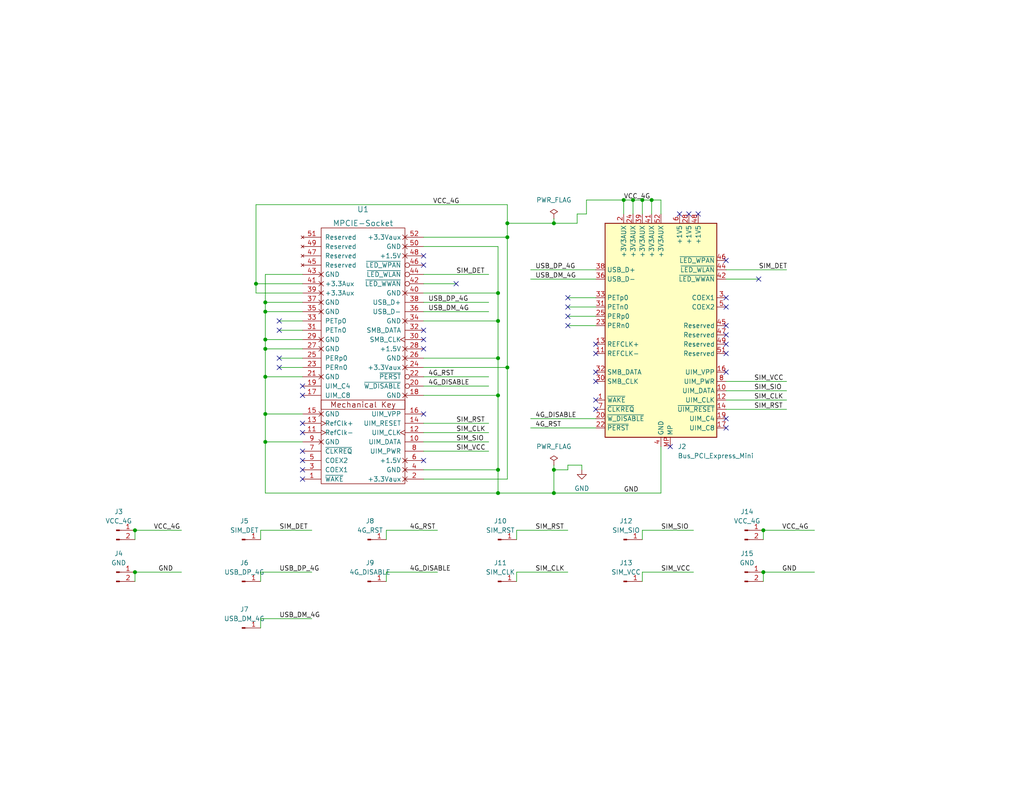
<source format=kicad_sch>
(kicad_sch (version 20211123) (generator eeschema)

  (uuid e63e39d7-6ac0-4ffd-8aa3-1841a4541b55)

  (paper "USLetter")

  (title_block
    (title "mpcie1extv01")
    (date "2022-07-28")
    (rev "v01")
  )

  (lib_symbols
    (symbol "Connector:Bus_PCI_Express_Mini" (in_bom yes) (on_board yes)
      (property "Reference" "J" (id 0) (at -16.51 31.75 0)
        (effects (font (size 1.27 1.27)))
      )
      (property "Value" "Bus_PCI_Express_Mini" (id 1) (at 22.86 31.75 0)
        (effects (font (size 1.27 1.27)))
      )
      (property "Footprint" "" (id 2) (at 0 0 0)
        (effects (font (size 1.27 1.27)) hide)
      )
      (property "Datasheet" "~" (id 3) (at -3.81 -29.21 0)
        (effects (font (size 1.27 1.27)) hide)
      )
      (property "ki_keywords" "mini pcie" (id 4) (at 0 0 0)
        (effects (font (size 1.27 1.27)) hide)
      )
      (property "ki_description" "Mini-PCI Express bus connector" (id 5) (at 0 0 0)
        (effects (font (size 1.27 1.27)) hide)
      )
      (property "ki_fp_filters" "*PCI*Express*Mini*" (id 6) (at 0 0 0)
        (effects (font (size 1.27 1.27)) hide)
      )
      (symbol "Bus_PCI_Express_Mini_0_1"
        (rectangle (start -15.24 30.48) (end 15.24 -27.94)
          (stroke (width 0.254) (type default) (color 0 0 0 0))
          (fill (type background))
        )
      )
      (symbol "Bus_PCI_Express_Mini_1_1"
        (pin open_collector line (at -17.78 -17.78 0) (length 2.54)
          (name "~{WAKE}" (effects (font (size 1.27 1.27))))
          (number "1" (effects (font (size 1.27 1.27))))
        )
        (pin bidirectional line (at 17.78 -15.24 180) (length 2.54)
          (name "UIM_DATA" (effects (font (size 1.27 1.27))))
          (number "10" (effects (font (size 1.27 1.27))))
        )
        (pin input line (at -17.78 -5.08 0) (length 2.54)
          (name "REFCLK-" (effects (font (size 1.27 1.27))))
          (number "11" (effects (font (size 1.27 1.27))))
        )
        (pin output line (at 17.78 -17.78 180) (length 2.54)
          (name "UIM_CLK" (effects (font (size 1.27 1.27))))
          (number "12" (effects (font (size 1.27 1.27))))
        )
        (pin input line (at -17.78 -2.54 0) (length 2.54)
          (name "REFCLK+" (effects (font (size 1.27 1.27))))
          (number "13" (effects (font (size 1.27 1.27))))
        )
        (pin output line (at 17.78 -20.32 180) (length 2.54)
          (name "~{UIM_RESET}" (effects (font (size 1.27 1.27))))
          (number "14" (effects (font (size 1.27 1.27))))
        )
        (pin passive line (at 0 -30.48 90) (length 2.54) hide
          (name "GND" (effects (font (size 1.27 1.27))))
          (number "15" (effects (font (size 1.27 1.27))))
        )
        (pin power_out line (at 17.78 -10.16 180) (length 2.54)
          (name "UIM_VPP" (effects (font (size 1.27 1.27))))
          (number "16" (effects (font (size 1.27 1.27))))
        )
        (pin passive line (at 17.78 -25.4 180) (length 2.54)
          (name "UIM_C8" (effects (font (size 1.27 1.27))))
          (number "17" (effects (font (size 1.27 1.27))))
        )
        (pin passive line (at 0 -30.48 90) (length 2.54) hide
          (name "GND" (effects (font (size 1.27 1.27))))
          (number "18" (effects (font (size 1.27 1.27))))
        )
        (pin passive line (at 17.78 -22.86 180) (length 2.54)
          (name "UIM_C4" (effects (font (size 1.27 1.27))))
          (number "19" (effects (font (size 1.27 1.27))))
        )
        (pin power_in line (at -10.16 33.02 270) (length 2.54)
          (name "+3V3AUX" (effects (font (size 1.27 1.27))))
          (number "2" (effects (font (size 1.27 1.27))))
        )
        (pin input line (at -17.78 -22.86 0) (length 2.54)
          (name "~{W_DISABLE}" (effects (font (size 1.27 1.27))))
          (number "20" (effects (font (size 1.27 1.27))))
        )
        (pin passive line (at 0 -30.48 90) (length 2.54) hide
          (name "GND" (effects (font (size 1.27 1.27))))
          (number "21" (effects (font (size 1.27 1.27))))
        )
        (pin input line (at -17.78 -25.4 0) (length 2.54)
          (name "~{PERST}" (effects (font (size 1.27 1.27))))
          (number "22" (effects (font (size 1.27 1.27))))
        )
        (pin output line (at -17.78 2.54 0) (length 2.54)
          (name "PERn0" (effects (font (size 1.27 1.27))))
          (number "23" (effects (font (size 1.27 1.27))))
        )
        (pin power_in line (at -7.62 33.02 270) (length 2.54)
          (name "+3V3AUX" (effects (font (size 1.27 1.27))))
          (number "24" (effects (font (size 1.27 1.27))))
        )
        (pin output line (at -17.78 5.08 0) (length 2.54)
          (name "PERp0" (effects (font (size 1.27 1.27))))
          (number "25" (effects (font (size 1.27 1.27))))
        )
        (pin passive line (at 0 -30.48 90) (length 2.54) hide
          (name "GND" (effects (font (size 1.27 1.27))))
          (number "26" (effects (font (size 1.27 1.27))))
        )
        (pin passive line (at 0 -30.48 90) (length 2.54) hide
          (name "GND" (effects (font (size 1.27 1.27))))
          (number "27" (effects (font (size 1.27 1.27))))
        )
        (pin power_in line (at 7.62 33.02 270) (length 2.54)
          (name "+1V5" (effects (font (size 1.27 1.27))))
          (number "28" (effects (font (size 1.27 1.27))))
        )
        (pin passive line (at 0 -30.48 90) (length 2.54) hide
          (name "GND" (effects (font (size 1.27 1.27))))
          (number "29" (effects (font (size 1.27 1.27))))
        )
        (pin passive line (at 17.78 10.16 180) (length 2.54)
          (name "COEX1" (effects (font (size 1.27 1.27))))
          (number "3" (effects (font (size 1.27 1.27))))
        )
        (pin input line (at -17.78 -12.7 0) (length 2.54)
          (name "SMB_CLK" (effects (font (size 1.27 1.27))))
          (number "30" (effects (font (size 1.27 1.27))))
        )
        (pin input line (at -17.78 7.62 0) (length 2.54)
          (name "PETn0" (effects (font (size 1.27 1.27))))
          (number "31" (effects (font (size 1.27 1.27))))
        )
        (pin bidirectional line (at -17.78 -10.16 0) (length 2.54)
          (name "SMB_DATA" (effects (font (size 1.27 1.27))))
          (number "32" (effects (font (size 1.27 1.27))))
        )
        (pin input line (at -17.78 10.16 0) (length 2.54)
          (name "PETp0" (effects (font (size 1.27 1.27))))
          (number "33" (effects (font (size 1.27 1.27))))
        )
        (pin passive line (at 0 -30.48 90) (length 2.54) hide
          (name "GND" (effects (font (size 1.27 1.27))))
          (number "34" (effects (font (size 1.27 1.27))))
        )
        (pin passive line (at 0 -30.48 90) (length 2.54) hide
          (name "GND" (effects (font (size 1.27 1.27))))
          (number "35" (effects (font (size 1.27 1.27))))
        )
        (pin bidirectional line (at -17.78 15.24 0) (length 2.54)
          (name "USB_D-" (effects (font (size 1.27 1.27))))
          (number "36" (effects (font (size 1.27 1.27))))
        )
        (pin passive line (at 0 -30.48 90) (length 2.54) hide
          (name "GND" (effects (font (size 1.27 1.27))))
          (number "37" (effects (font (size 1.27 1.27))))
        )
        (pin bidirectional line (at -17.78 17.78 0) (length 2.54)
          (name "USB_D+" (effects (font (size 1.27 1.27))))
          (number "38" (effects (font (size 1.27 1.27))))
        )
        (pin power_in line (at -5.08 33.02 270) (length 2.54)
          (name "+3V3AUX" (effects (font (size 1.27 1.27))))
          (number "39" (effects (font (size 1.27 1.27))))
        )
        (pin power_in line (at 0 -30.48 90) (length 2.54)
          (name "GND" (effects (font (size 1.27 1.27))))
          (number "4" (effects (font (size 1.27 1.27))))
        )
        (pin passive line (at 0 -30.48 90) (length 2.54) hide
          (name "GND" (effects (font (size 1.27 1.27))))
          (number "40" (effects (font (size 1.27 1.27))))
        )
        (pin power_in line (at -2.54 33.02 270) (length 2.54)
          (name "+3V3AUX" (effects (font (size 1.27 1.27))))
          (number "41" (effects (font (size 1.27 1.27))))
        )
        (pin open_collector line (at 17.78 15.24 180) (length 2.54)
          (name "~{LED_WWAN}" (effects (font (size 1.27 1.27))))
          (number "42" (effects (font (size 1.27 1.27))))
        )
        (pin passive line (at 0 -30.48 90) (length 2.54) hide
          (name "GND" (effects (font (size 1.27 1.27))))
          (number "43" (effects (font (size 1.27 1.27))))
        )
        (pin open_collector line (at 17.78 17.78 180) (length 2.54)
          (name "~{LED_WLAN}" (effects (font (size 1.27 1.27))))
          (number "44" (effects (font (size 1.27 1.27))))
        )
        (pin passive line (at 17.78 2.54 180) (length 2.54)
          (name "Reserved" (effects (font (size 1.27 1.27))))
          (number "45" (effects (font (size 1.27 1.27))))
        )
        (pin open_collector line (at 17.78 20.32 180) (length 2.54)
          (name "~{LED_WPAN}" (effects (font (size 1.27 1.27))))
          (number "46" (effects (font (size 1.27 1.27))))
        )
        (pin passive line (at 17.78 0 180) (length 2.54)
          (name "Reserved" (effects (font (size 1.27 1.27))))
          (number "47" (effects (font (size 1.27 1.27))))
        )
        (pin power_in line (at 10.16 33.02 270) (length 2.54)
          (name "+1V5" (effects (font (size 1.27 1.27))))
          (number "48" (effects (font (size 1.27 1.27))))
        )
        (pin passive line (at 17.78 -2.54 180) (length 2.54)
          (name "Reserved" (effects (font (size 1.27 1.27))))
          (number "49" (effects (font (size 1.27 1.27))))
        )
        (pin passive line (at 17.78 7.62 180) (length 2.54)
          (name "COEX2" (effects (font (size 1.27 1.27))))
          (number "5" (effects (font (size 1.27 1.27))))
        )
        (pin passive line (at 0 -30.48 90) (length 2.54) hide
          (name "GND" (effects (font (size 1.27 1.27))))
          (number "50" (effects (font (size 1.27 1.27))))
        )
        (pin passive line (at 17.78 -5.08 180) (length 2.54)
          (name "Reserved" (effects (font (size 1.27 1.27))))
          (number "51" (effects (font (size 1.27 1.27))))
        )
        (pin power_in line (at 0 33.02 270) (length 2.54)
          (name "+3V3AUX" (effects (font (size 1.27 1.27))))
          (number "52" (effects (font (size 1.27 1.27))))
        )
        (pin power_in line (at 5.08 33.02 270) (length 2.54)
          (name "+1V5" (effects (font (size 1.27 1.27))))
          (number "6" (effects (font (size 1.27 1.27))))
        )
        (pin open_collector line (at -17.78 -20.32 0) (length 2.54)
          (name "~{CLKREQ}" (effects (font (size 1.27 1.27))))
          (number "7" (effects (font (size 1.27 1.27))))
        )
        (pin power_out line (at 17.78 -12.7 180) (length 2.54)
          (name "UIM_PWR" (effects (font (size 1.27 1.27))))
          (number "8" (effects (font (size 1.27 1.27))))
        )
        (pin passive line (at 0 -30.48 90) (length 2.54) hide
          (name "GND" (effects (font (size 1.27 1.27))))
          (number "9" (effects (font (size 1.27 1.27))))
        )
        (pin passive line (at 2.54 -30.48 90) (length 2.54)
          (name "MP" (effects (font (size 1.27 1.27))))
          (number "MP" (effects (font (size 1.27 1.27))))
        )
      )
    )
    (symbol "Connector:Conn_01x01_Male" (pin_names (offset 1.016) hide) (in_bom yes) (on_board yes)
      (property "Reference" "J" (id 0) (at 0 2.54 0)
        (effects (font (size 1.27 1.27)))
      )
      (property "Value" "Conn_01x01_Male" (id 1) (at 0 -2.54 0)
        (effects (font (size 1.27 1.27)))
      )
      (property "Footprint" "" (id 2) (at 0 0 0)
        (effects (font (size 1.27 1.27)) hide)
      )
      (property "Datasheet" "~" (id 3) (at 0 0 0)
        (effects (font (size 1.27 1.27)) hide)
      )
      (property "ki_keywords" "connector" (id 4) (at 0 0 0)
        (effects (font (size 1.27 1.27)) hide)
      )
      (property "ki_description" "Generic connector, single row, 01x01, script generated (kicad-library-utils/schlib/autogen/connector/)" (id 5) (at 0 0 0)
        (effects (font (size 1.27 1.27)) hide)
      )
      (property "ki_fp_filters" "Connector*:*" (id 6) (at 0 0 0)
        (effects (font (size 1.27 1.27)) hide)
      )
      (symbol "Conn_01x01_Male_1_1"
        (polyline
          (pts
            (xy 1.27 0)
            (xy 0.8636 0)
          )
          (stroke (width 0.1524) (type default) (color 0 0 0 0))
          (fill (type none))
        )
        (rectangle (start 0.8636 0.127) (end 0 -0.127)
          (stroke (width 0.1524) (type default) (color 0 0 0 0))
          (fill (type outline))
        )
        (pin passive line (at 5.08 0 180) (length 3.81)
          (name "Pin_1" (effects (font (size 1.27 1.27))))
          (number "1" (effects (font (size 1.27 1.27))))
        )
      )
    )
    (symbol "Connector:Conn_01x02_Male" (pin_names (offset 1.016) hide) (in_bom yes) (on_board yes)
      (property "Reference" "J" (id 0) (at 0 2.54 0)
        (effects (font (size 1.27 1.27)))
      )
      (property "Value" "Conn_01x02_Male" (id 1) (at 0 -5.08 0)
        (effects (font (size 1.27 1.27)))
      )
      (property "Footprint" "" (id 2) (at 0 0 0)
        (effects (font (size 1.27 1.27)) hide)
      )
      (property "Datasheet" "~" (id 3) (at 0 0 0)
        (effects (font (size 1.27 1.27)) hide)
      )
      (property "ki_keywords" "connector" (id 4) (at 0 0 0)
        (effects (font (size 1.27 1.27)) hide)
      )
      (property "ki_description" "Generic connector, single row, 01x02, script generated (kicad-library-utils/schlib/autogen/connector/)" (id 5) (at 0 0 0)
        (effects (font (size 1.27 1.27)) hide)
      )
      (property "ki_fp_filters" "Connector*:*_1x??_*" (id 6) (at 0 0 0)
        (effects (font (size 1.27 1.27)) hide)
      )
      (symbol "Conn_01x02_Male_1_1"
        (polyline
          (pts
            (xy 1.27 -2.54)
            (xy 0.8636 -2.54)
          )
          (stroke (width 0.1524) (type default) (color 0 0 0 0))
          (fill (type none))
        )
        (polyline
          (pts
            (xy 1.27 0)
            (xy 0.8636 0)
          )
          (stroke (width 0.1524) (type default) (color 0 0 0 0))
          (fill (type none))
        )
        (rectangle (start 0.8636 -2.413) (end 0 -2.667)
          (stroke (width 0.1524) (type default) (color 0 0 0 0))
          (fill (type outline))
        )
        (rectangle (start 0.8636 0.127) (end 0 -0.127)
          (stroke (width 0.1524) (type default) (color 0 0 0 0))
          (fill (type outline))
        )
        (pin passive line (at 5.08 0 180) (length 3.81)
          (name "Pin_1" (effects (font (size 1.27 1.27))))
          (number "1" (effects (font (size 1.27 1.27))))
        )
        (pin passive line (at 5.08 -2.54 180) (length 3.81)
          (name "Pin_2" (effects (font (size 1.27 1.27))))
          (number "2" (effects (font (size 1.27 1.27))))
        )
      )
    )
    (symbol "mpcie:MPCIE-Socket" (pin_names (offset 1.016)) (in_bom yes) (on_board yes)
      (property "Reference" "U" (id 0) (at -10.16 33.02 0)
        (effects (font (size 1.524 1.524)))
      )
      (property "Value" "MPCIE-Socket" (id 1) (at 2.54 -39.37 0)
        (effects (font (size 1.524 1.524)))
      )
      (property "Footprint" "" (id 2) (at 2.54 -25.4 0)
        (effects (font (size 1.524 1.524)))
      )
      (property "Datasheet" "" (id 3) (at 2.54 -25.4 0)
        (effects (font (size 1.524 1.524)))
      )
      (symbol "MPCIE-Socket_0_0"
        (text "Mechanical Key" (at 0 -16.51 0)
          (effects (font (size 1.524 1.524)))
        )
      )
      (symbol "MPCIE-Socket_0_1"
        (rectangle (start -11.43 -38.1) (end 11.43 31.75)
          (stroke (width 0) (type default) (color 0 0 0 0))
          (fill (type none))
        )
        (rectangle (start -11.43 -15.24) (end 11.43 -17.78)
          (stroke (width 0) (type default) (color 0 0 0 0))
          (fill (type none))
        )
      )
      (symbol "MPCIE-Socket_1_1"
        (pin bidirectional line (at -16.51 -36.83 0) (length 5.08)
          (name "~{WAKE}" (effects (font (size 1.27 1.27))))
          (number "1" (effects (font (size 1.27 1.27))))
        )
        (pin bidirectional line (at 16.51 -26.67 180) (length 5.08)
          (name "UIM_DATA" (effects (font (size 1.27 1.27))))
          (number "10" (effects (font (size 1.27 1.27))))
        )
        (pin input clock (at -16.51 -24.13 0) (length 5.08)
          (name "RefClk-" (effects (font (size 1.27 1.27))))
          (number "11" (effects (font (size 1.27 1.27))))
        )
        (pin bidirectional clock (at 16.51 -24.13 180) (length 5.08)
          (name "UIM_CLK" (effects (font (size 1.27 1.27))))
          (number "12" (effects (font (size 1.27 1.27))))
        )
        (pin input clock (at -16.51 -21.59 0) (length 5.08)
          (name "RefClk+" (effects (font (size 1.27 1.27))))
          (number "13" (effects (font (size 1.27 1.27))))
        )
        (pin bidirectional line (at 16.51 -21.59 180) (length 5.08)
          (name "UIM_RESET" (effects (font (size 1.27 1.27))))
          (number "14" (effects (font (size 1.27 1.27))))
        )
        (pin power_in non_logic (at -16.51 -19.05 0) (length 5.08)
          (name "GND" (effects (font (size 1.27 1.27))))
          (number "15" (effects (font (size 1.27 1.27))))
        )
        (pin bidirectional line (at 16.51 -19.05 180) (length 5.08)
          (name "UIM_VPP" (effects (font (size 1.27 1.27))))
          (number "16" (effects (font (size 1.27 1.27))))
        )
        (pin bidirectional line (at -16.51 -13.97 0) (length 5.08)
          (name "UIM_C8" (effects (font (size 1.27 1.27))))
          (number "17" (effects (font (size 1.27 1.27))))
        )
        (pin power_in non_logic (at 16.51 -13.97 180) (length 5.08)
          (name "GND" (effects (font (size 1.27 1.27))))
          (number "18" (effects (font (size 1.27 1.27))))
        )
        (pin bidirectional line (at -16.51 -11.43 0) (length 5.08)
          (name "UIM_C4" (effects (font (size 1.27 1.27))))
          (number "19" (effects (font (size 1.27 1.27))))
        )
        (pin power_in non_logic (at 16.51 -36.83 180) (length 5.08)
          (name "+3.3Vaux" (effects (font (size 1.27 1.27))))
          (number "2" (effects (font (size 1.27 1.27))))
        )
        (pin bidirectional inverted (at 16.51 -11.43 180) (length 5.08)
          (name "~{W_DISABLE}" (effects (font (size 1.27 1.27))))
          (number "20" (effects (font (size 1.27 1.27))))
        )
        (pin power_in non_logic (at -16.51 -8.89 0) (length 5.08)
          (name "GND" (effects (font (size 1.27 1.27))))
          (number "21" (effects (font (size 1.27 1.27))))
        )
        (pin bidirectional inverted (at 16.51 -8.89 180) (length 5.08)
          (name "~{PERST}" (effects (font (size 1.27 1.27))))
          (number "22" (effects (font (size 1.27 1.27))))
        )
        (pin bidirectional line (at -16.51 -6.35 0) (length 5.08)
          (name "PERn0" (effects (font (size 1.27 1.27))))
          (number "23" (effects (font (size 1.27 1.27))))
        )
        (pin power_in non_logic (at 16.51 -6.35 180) (length 5.08)
          (name "+3.3Vaux" (effects (font (size 1.27 1.27))))
          (number "24" (effects (font (size 1.27 1.27))))
        )
        (pin bidirectional line (at -16.51 -3.81 0) (length 5.08)
          (name "PERp0" (effects (font (size 1.27 1.27))))
          (number "25" (effects (font (size 1.27 1.27))))
        )
        (pin power_in non_logic (at 16.51 -3.81 180) (length 5.08)
          (name "GND" (effects (font (size 1.27 1.27))))
          (number "26" (effects (font (size 1.27 1.27))))
        )
        (pin power_in non_logic (at -16.51 -1.27 0) (length 5.08)
          (name "GND" (effects (font (size 1.27 1.27))))
          (number "27" (effects (font (size 1.27 1.27))))
        )
        (pin power_in non_logic (at 16.51 -1.27 180) (length 5.08)
          (name "+1.5V" (effects (font (size 1.27 1.27))))
          (number "28" (effects (font (size 1.27 1.27))))
        )
        (pin power_in non_logic (at -16.51 1.27 0) (length 5.08)
          (name "GND" (effects (font (size 1.27 1.27))))
          (number "29" (effects (font (size 1.27 1.27))))
        )
        (pin bidirectional line (at -16.51 -34.29 0) (length 5.08)
          (name "COEX1" (effects (font (size 1.27 1.27))))
          (number "3" (effects (font (size 1.27 1.27))))
        )
        (pin bidirectional clock (at 16.51 1.27 180) (length 5.08)
          (name "SMB_CLK" (effects (font (size 1.27 1.27))))
          (number "30" (effects (font (size 1.27 1.27))))
        )
        (pin bidirectional line (at -16.51 3.81 0) (length 5.08)
          (name "PETn0" (effects (font (size 1.27 1.27))))
          (number "31" (effects (font (size 1.27 1.27))))
        )
        (pin bidirectional line (at 16.51 3.81 180) (length 5.08)
          (name "SMB_DATA" (effects (font (size 1.27 1.27))))
          (number "32" (effects (font (size 1.27 1.27))))
        )
        (pin bidirectional line (at -16.51 6.35 0) (length 5.08)
          (name "PETp0" (effects (font (size 1.27 1.27))))
          (number "33" (effects (font (size 1.27 1.27))))
        )
        (pin power_in non_logic (at 16.51 6.35 180) (length 5.08)
          (name "GND" (effects (font (size 1.27 1.27))))
          (number "34" (effects (font (size 1.27 1.27))))
        )
        (pin power_in non_logic (at -16.51 8.89 0) (length 5.08)
          (name "GND" (effects (font (size 1.27 1.27))))
          (number "35" (effects (font (size 1.27 1.27))))
        )
        (pin bidirectional line (at 16.51 8.89 180) (length 5.08)
          (name "USB_D-" (effects (font (size 1.27 1.27))))
          (number "36" (effects (font (size 1.27 1.27))))
        )
        (pin power_in non_logic (at -16.51 11.43 0) (length 5.08)
          (name "GND" (effects (font (size 1.27 1.27))))
          (number "37" (effects (font (size 1.27 1.27))))
        )
        (pin bidirectional line (at 16.51 11.43 180) (length 5.08)
          (name "USB_D+" (effects (font (size 1.27 1.27))))
          (number "38" (effects (font (size 1.27 1.27))))
        )
        (pin power_in non_logic (at -16.51 13.97 0) (length 5.08)
          (name "+3.3Aux" (effects (font (size 1.27 1.27))))
          (number "39" (effects (font (size 1.27 1.27))))
        )
        (pin power_in non_logic (at 16.51 -34.29 180) (length 5.08)
          (name "GND" (effects (font (size 1.27 1.27))))
          (number "4" (effects (font (size 1.27 1.27))))
        )
        (pin power_in non_logic (at 16.51 13.97 180) (length 5.08)
          (name "GND" (effects (font (size 1.27 1.27))))
          (number "40" (effects (font (size 1.27 1.27))))
        )
        (pin power_in non_logic (at -16.51 16.51 0) (length 5.08)
          (name "+3.3Aux" (effects (font (size 1.27 1.27))))
          (number "41" (effects (font (size 1.27 1.27))))
        )
        (pin bidirectional inverted (at 16.51 16.51 180) (length 5.08)
          (name "~{LED_WWAN}" (effects (font (size 1.27 1.27))))
          (number "42" (effects (font (size 1.27 1.27))))
        )
        (pin power_in non_logic (at -16.51 19.05 0) (length 5.08)
          (name "GND" (effects (font (size 1.27 1.27))))
          (number "43" (effects (font (size 1.27 1.27))))
        )
        (pin bidirectional inverted (at 16.51 19.05 180) (length 5.08)
          (name "~{LED_WLAN}" (effects (font (size 1.27 1.27))))
          (number "44" (effects (font (size 1.27 1.27))))
        )
        (pin no_connect line (at -16.51 21.59 0) (length 5.08)
          (name "Reserved" (effects (font (size 1.27 1.27))))
          (number "45" (effects (font (size 1.27 1.27))))
        )
        (pin bidirectional inverted (at 16.51 21.59 180) (length 5.08)
          (name "~{LED_WPAN}" (effects (font (size 1.27 1.27))))
          (number "46" (effects (font (size 1.27 1.27))))
        )
        (pin no_connect line (at -16.51 24.13 0) (length 5.08)
          (name "Reserved" (effects (font (size 1.27 1.27))))
          (number "47" (effects (font (size 1.27 1.27))))
        )
        (pin power_in non_logic (at 16.51 24.13 180) (length 5.08)
          (name "+1.5V" (effects (font (size 1.27 1.27))))
          (number "48" (effects (font (size 1.27 1.27))))
        )
        (pin no_connect line (at -16.51 26.67 0) (length 5.08)
          (name "Reserved" (effects (font (size 1.27 1.27))))
          (number "49" (effects (font (size 1.27 1.27))))
        )
        (pin bidirectional line (at -16.51 -31.75 0) (length 5.08)
          (name "COEX2" (effects (font (size 1.27 1.27))))
          (number "5" (effects (font (size 1.27 1.27))))
        )
        (pin power_in non_logic (at 16.51 26.67 180) (length 5.08)
          (name "GND" (effects (font (size 1.27 1.27))))
          (number "50" (effects (font (size 1.27 1.27))))
        )
        (pin no_connect line (at -16.51 29.21 0) (length 5.08)
          (name "Reserved" (effects (font (size 1.27 1.27))))
          (number "51" (effects (font (size 1.27 1.27))))
        )
        (pin power_in non_logic (at 16.51 29.21 180) (length 5.08)
          (name "+3.3Vaux" (effects (font (size 1.27 1.27))))
          (number "52" (effects (font (size 1.27 1.27))))
        )
        (pin power_in non_logic (at 16.51 -31.75 180) (length 5.08)
          (name "+1.5V" (effects (font (size 1.27 1.27))))
          (number "6" (effects (font (size 1.27 1.27))))
        )
        (pin bidirectional line (at -16.51 -29.21 0) (length 5.08)
          (name "~{CLKREQ}" (effects (font (size 1.27 1.27))))
          (number "7" (effects (font (size 1.27 1.27))))
        )
        (pin bidirectional line (at 16.51 -29.21 180) (length 5.08)
          (name "UIM_PWR" (effects (font (size 1.27 1.27))))
          (number "8" (effects (font (size 1.27 1.27))))
        )
        (pin power_in non_logic (at -16.51 -26.67 0) (length 5.08)
          (name "GND" (effects (font (size 1.27 1.27))))
          (number "9" (effects (font (size 1.27 1.27))))
        )
      )
    )
    (symbol "power:GND" (power) (pin_names (offset 0)) (in_bom yes) (on_board yes)
      (property "Reference" "#PWR" (id 0) (at 0 -6.35 0)
        (effects (font (size 1.27 1.27)) hide)
      )
      (property "Value" "GND" (id 1) (at 0 -3.81 0)
        (effects (font (size 1.27 1.27)))
      )
      (property "Footprint" "" (id 2) (at 0 0 0)
        (effects (font (size 1.27 1.27)) hide)
      )
      (property "Datasheet" "" (id 3) (at 0 0 0)
        (effects (font (size 1.27 1.27)) hide)
      )
      (property "ki_keywords" "power-flag" (id 4) (at 0 0 0)
        (effects (font (size 1.27 1.27)) hide)
      )
      (property "ki_description" "Power symbol creates a global label with name \"GND\" , ground" (id 5) (at 0 0 0)
        (effects (font (size 1.27 1.27)) hide)
      )
      (symbol "GND_0_1"
        (polyline
          (pts
            (xy 0 0)
            (xy 0 -1.27)
            (xy 1.27 -1.27)
            (xy 0 -2.54)
            (xy -1.27 -1.27)
            (xy 0 -1.27)
          )
          (stroke (width 0) (type default) (color 0 0 0 0))
          (fill (type none))
        )
      )
      (symbol "GND_1_1"
        (pin power_in line (at 0 0 270) (length 0) hide
          (name "GND" (effects (font (size 1.27 1.27))))
          (number "1" (effects (font (size 1.27 1.27))))
        )
      )
    )
    (symbol "power:PWR_FLAG" (power) (pin_numbers hide) (pin_names (offset 0) hide) (in_bom yes) (on_board yes)
      (property "Reference" "#FLG" (id 0) (at 0 1.905 0)
        (effects (font (size 1.27 1.27)) hide)
      )
      (property "Value" "PWR_FLAG" (id 1) (at 0 3.81 0)
        (effects (font (size 1.27 1.27)))
      )
      (property "Footprint" "" (id 2) (at 0 0 0)
        (effects (font (size 1.27 1.27)) hide)
      )
      (property "Datasheet" "~" (id 3) (at 0 0 0)
        (effects (font (size 1.27 1.27)) hide)
      )
      (property "ki_keywords" "power-flag" (id 4) (at 0 0 0)
        (effects (font (size 1.27 1.27)) hide)
      )
      (property "ki_description" "Special symbol for telling ERC where power comes from" (id 5) (at 0 0 0)
        (effects (font (size 1.27 1.27)) hide)
      )
      (symbol "PWR_FLAG_0_0"
        (pin power_out line (at 0 0 90) (length 0)
          (name "pwr" (effects (font (size 1.27 1.27))))
          (number "1" (effects (font (size 1.27 1.27))))
        )
      )
      (symbol "PWR_FLAG_0_1"
        (polyline
          (pts
            (xy 0 0)
            (xy 0 1.27)
            (xy -1.016 1.905)
            (xy 0 2.54)
            (xy 1.016 1.905)
            (xy 0 1.27)
          )
          (stroke (width 0) (type default) (color 0 0 0 0))
          (fill (type none))
        )
      )
    )
  )


  (junction (at 72.39 113.03) (diameter 0) (color 0 0 0 0)
    (uuid 087b3794-fb82-4cf8-9754-5f23ec20c8ae)
  )
  (junction (at 208.28 156.21) (diameter 0) (color 0 0 0 0)
    (uuid 0a481ce8-054e-4216-bc69-9f5b0793ebfc)
  )
  (junction (at 138.43 64.77) (diameter 0) (color 0 0 0 0)
    (uuid 0b42f066-c4d0-48fc-8ab3-610e92a4a993)
  )
  (junction (at 135.89 97.79) (diameter 0) (color 0 0 0 0)
    (uuid 148bd0f8-c793-4bd8-999c-8f07d6cd08db)
  )
  (junction (at 36.83 156.21) (diameter 0) (color 0 0 0 0)
    (uuid 32b4b89a-af35-4423-bba5-c838a8dbb73d)
  )
  (junction (at 138.43 60.96) (diameter 0) (color 0 0 0 0)
    (uuid 3467fce5-bf32-4b22-8fa2-bd2038fef0a0)
  )
  (junction (at 135.89 134.62) (diameter 0) (color 0 0 0 0)
    (uuid 3aaaaed8-3aca-4a65-be3b-eeeb91deb056)
  )
  (junction (at 151.13 134.62) (diameter 0) (color 0 0 0 0)
    (uuid 3ad0f5ca-e82c-44d4-a23a-892484f4dec9)
  )
  (junction (at 175.26 54.61) (diameter 0) (color 0 0 0 0)
    (uuid 42334922-2c29-448c-a4d1-8e8058a0b973)
  )
  (junction (at 208.28 144.78) (diameter 0) (color 0 0 0 0)
    (uuid 48236c7a-d39a-4128-b0a0-926ee6f76a7a)
  )
  (junction (at 72.39 102.87) (diameter 0) (color 0 0 0 0)
    (uuid 52bbb6cc-2bcc-4d3d-b7ac-d63099cfd4f1)
  )
  (junction (at 135.89 87.63) (diameter 0) (color 0 0 0 0)
    (uuid 52ddc236-d9ff-444a-a78c-b10395da9231)
  )
  (junction (at 151.13 128.27) (diameter 0) (color 0 0 0 0)
    (uuid 5bab616c-a981-4941-8560-4490e2ea9ae6)
  )
  (junction (at 138.43 100.33) (diameter 0) (color 0 0 0 0)
    (uuid 6ae4b107-6110-4b12-92a5-068a16676540)
  )
  (junction (at 72.39 92.71) (diameter 0) (color 0 0 0 0)
    (uuid 6cb1cbf7-9e95-44cb-97d4-87c487963530)
  )
  (junction (at 72.39 82.55) (diameter 0) (color 0 0 0 0)
    (uuid 6e367107-27db-4049-b72d-04c55f49e137)
  )
  (junction (at 151.13 60.96) (diameter 0) (color 0 0 0 0)
    (uuid 7673c331-f677-4f9b-903f-7f39919e6f19)
  )
  (junction (at 135.89 80.01) (diameter 0) (color 0 0 0 0)
    (uuid ae662445-d07a-4f64-bd16-a690fc198590)
  )
  (junction (at 135.89 128.27) (diameter 0) (color 0 0 0 0)
    (uuid b5dc34e6-2656-47ed-b7c0-a4ac1795fabc)
  )
  (junction (at 36.83 144.78) (diameter 0) (color 0 0 0 0)
    (uuid b7f93beb-a154-46a0-a698-912a13f620ec)
  )
  (junction (at 69.85 77.47) (diameter 0) (color 0 0 0 0)
    (uuid cd10cd92-8e68-426b-b5e9-19a7a820fc06)
  )
  (junction (at 72.39 95.25) (diameter 0) (color 0 0 0 0)
    (uuid d158a633-a26c-4f88-82f5-2d9cc28e65b1)
  )
  (junction (at 135.89 107.95) (diameter 0) (color 0 0 0 0)
    (uuid d6b58577-62e1-411a-bf8c-95b498e51c51)
  )
  (junction (at 172.72 54.61) (diameter 0) (color 0 0 0 0)
    (uuid d7604f6f-4d3e-400c-99ea-602a1f32571c)
  )
  (junction (at 72.39 85.09) (diameter 0) (color 0 0 0 0)
    (uuid d954937f-dec3-4b50-a164-5ccf7f3f9e3d)
  )
  (junction (at 170.18 54.61) (diameter 0) (color 0 0 0 0)
    (uuid ddca3cd0-e134-4639-9c53-50f1496e395b)
  )
  (junction (at 177.8 54.61) (diameter 0) (color 0 0 0 0)
    (uuid e5532f17-bc42-4d58-89e3-bfabc072032e)
  )
  (junction (at 72.39 120.65) (diameter 0) (color 0 0 0 0)
    (uuid faa15153-cbbb-459b-a0d2-301b1dd242ee)
  )

  (no_connect (at 115.57 72.39) (uuid 147c508f-f089-4fc0-89d9-6dadaf6a4b14))
  (no_connect (at 187.96 58.42) (uuid 1d1828e0-ef6a-4d62-86f7-04de80195c59))
  (no_connect (at 190.5 58.42) (uuid 1d1828e0-ef6a-4d62-86f7-04de80195c5a))
  (no_connect (at 185.42 58.42) (uuid 1d1828e0-ef6a-4d62-86f7-04de80195c5b))
  (no_connect (at 198.12 96.52) (uuid 1d1828e0-ef6a-4d62-86f7-04de80195c5c))
  (no_connect (at 198.12 101.6) (uuid 1d1828e0-ef6a-4d62-86f7-04de80195c5d))
  (no_connect (at 198.12 93.98) (uuid 1d1828e0-ef6a-4d62-86f7-04de80195c5e))
  (no_connect (at 198.12 71.12) (uuid 1d1828e0-ef6a-4d62-86f7-04de80195c5f))
  (no_connect (at 154.94 81.28) (uuid 1d1828e0-ef6a-4d62-86f7-04de80195c64))
  (no_connect (at 154.94 83.82) (uuid 1d1828e0-ef6a-4d62-86f7-04de80195c65))
  (no_connect (at 76.2 90.17) (uuid 1d1828e0-ef6a-4d62-86f7-04de80195c66))
  (no_connect (at 76.2 87.63) (uuid 1d1828e0-ef6a-4d62-86f7-04de80195c67))
  (no_connect (at 162.56 101.6) (uuid 1d1828e0-ef6a-4d62-86f7-04de80195c6e))
  (no_connect (at 162.56 104.14) (uuid 1d1828e0-ef6a-4d62-86f7-04de80195c6f))
  (no_connect (at 198.12 91.44) (uuid 1d1828e0-ef6a-4d62-86f7-04de80195c71))
  (no_connect (at 198.12 88.9) (uuid 1d1828e0-ef6a-4d62-86f7-04de80195c72))
  (no_connect (at 82.55 105.41) (uuid 25bc7c15-454b-47f6-8347-9c53d4809d9d))
  (no_connect (at 82.55 107.95) (uuid 25bc7c15-454b-47f6-8347-9c53d4809d9d))
  (no_connect (at 182.88 121.92) (uuid 299dfa84-9cf0-4f6a-9013-42286bd3c900))
  (no_connect (at 154.94 86.36) (uuid 32b25f66-826b-47bc-9f26-eae4a5f0a5bf))
  (no_connect (at 154.94 88.9) (uuid 32b25f66-826b-47bc-9f26-eae4a5f0a5c0))
  (no_connect (at 76.2 97.79) (uuid 32b25f66-826b-47bc-9f26-eae4a5f0a5c1))
  (no_connect (at 76.2 100.33) (uuid 32b25f66-826b-47bc-9f26-eae4a5f0a5c2))
  (no_connect (at 115.57 90.17) (uuid 43a6f964-69c1-4353-9a68-185e962cb08d))
  (no_connect (at 115.57 92.71) (uuid 43a6f964-69c1-4353-9a68-185e962cb08d))
  (no_connect (at 82.55 130.81) (uuid 43a6f964-69c1-4353-9a68-185e962cb08d))
  (no_connect (at 82.55 123.19) (uuid 43a6f964-69c1-4353-9a68-185e962cb08d))
  (no_connect (at 82.55 118.11) (uuid 43a6f964-69c1-4353-9a68-185e962cb08d))
  (no_connect (at 82.55 115.57) (uuid 43a6f964-69c1-4353-9a68-185e962cb08d))
  (no_connect (at 115.57 113.03) (uuid 4e3669e0-ad05-41ba-8ba8-88547d5d0dec))
  (no_connect (at 82.55 128.27) (uuid 4e3669e0-ad05-41ba-8ba8-88547d5d0dec))
  (no_connect (at 82.55 125.73) (uuid 4e3669e0-ad05-41ba-8ba8-88547d5d0dec))
  (no_connect (at 207.01 76.2) (uuid 767373bd-c2c9-4d54-9ac3-95d1709e757f))
  (no_connect (at 124.46 77.47) (uuid 767373bd-c2c9-4d54-9ac3-95d1709e7580))
  (no_connect (at 198.12 81.28) (uuid 9d93fd14-31e5-4983-bf0f-44596f504aee))
  (no_connect (at 162.56 96.52) (uuid 9d93fd14-31e5-4983-bf0f-44596f504aef))
  (no_connect (at 162.56 93.98) (uuid 9d93fd14-31e5-4983-bf0f-44596f504af0))
  (no_connect (at 162.56 111.76) (uuid 9d93fd14-31e5-4983-bf0f-44596f504af7))
  (no_connect (at 162.56 109.22) (uuid 9d93fd14-31e5-4983-bf0f-44596f504af8))
  (no_connect (at 198.12 83.82) (uuid 9d93fd14-31e5-4983-bf0f-44596f504afb))
  (no_connect (at 198.12 116.84) (uuid 9d93fd14-31e5-4983-bf0f-44596f504afc))
  (no_connect (at 198.12 114.3) (uuid 9d93fd14-31e5-4983-bf0f-44596f504afd))
  (no_connect (at 115.57 69.85) (uuid daacdf0a-fa54-4796-aaf3-d2091caeb783))
  (no_connect (at 115.57 95.25) (uuid daacdf0a-fa54-4796-aaf3-d2091caeb783))
  (no_connect (at 115.57 125.73) (uuid daacdf0a-fa54-4796-aaf3-d2091caeb783))

  (wire (pts (xy 177.8 54.61) (xy 175.26 54.61))
    (stroke (width 0) (type default) (color 0 0 0 0))
    (uuid 033c564d-3d11-4dc7-8633-0c6732489a73)
  )
  (wire (pts (xy 172.72 54.61) (xy 170.18 54.61))
    (stroke (width 0) (type default) (color 0 0 0 0))
    (uuid 09e61c8b-6820-4dcd-b5c6-919981daab19)
  )
  (wire (pts (xy 198.12 104.14) (xy 214.63 104.14))
    (stroke (width 0) (type default) (color 0 0 0 0))
    (uuid 0e3424c6-01ab-4399-928e-5c701c464000)
  )
  (wire (pts (xy 180.34 58.42) (xy 180.34 54.61))
    (stroke (width 0) (type default) (color 0 0 0 0))
    (uuid 14c81335-0c58-4658-9c8b-2f95a43c42a1)
  )
  (wire (pts (xy 82.55 113.03) (xy 72.39 113.03))
    (stroke (width 0) (type default) (color 0 0 0 0))
    (uuid 17439fd3-be28-4739-9a5b-74faf49959f4)
  )
  (wire (pts (xy 36.83 156.21) (xy 36.83 158.75))
    (stroke (width 0) (type default) (color 0 0 0 0))
    (uuid 17f2189b-3aee-4eaa-aee5-a475bf66227c)
  )
  (wire (pts (xy 115.57 80.01) (xy 135.89 80.01))
    (stroke (width 0) (type default) (color 0 0 0 0))
    (uuid 1bc28d37-0307-433c-8153-4f3d3bbf061b)
  )
  (wire (pts (xy 115.57 130.81) (xy 138.43 130.81))
    (stroke (width 0) (type default) (color 0 0 0 0))
    (uuid 1c50240b-48a2-45e4-86ab-f18b1ff807c5)
  )
  (wire (pts (xy 82.55 102.87) (xy 72.39 102.87))
    (stroke (width 0) (type default) (color 0 0 0 0))
    (uuid 1d10f144-c6b5-4a5c-a8c3-4c44ea458764)
  )
  (wire (pts (xy 140.97 156.21) (xy 140.97 158.75))
    (stroke (width 0) (type default) (color 0 0 0 0))
    (uuid 1fe37a86-4e29-452b-9394-c058799d71da)
  )
  (wire (pts (xy 69.85 77.47) (xy 69.85 55.88))
    (stroke (width 0) (type default) (color 0 0 0 0))
    (uuid 204edea4-7145-46be-91b3-17191e1496eb)
  )
  (wire (pts (xy 72.39 82.55) (xy 82.55 82.55))
    (stroke (width 0) (type default) (color 0 0 0 0))
    (uuid 22bdd886-7844-404e-8e62-3361e80f464d)
  )
  (wire (pts (xy 140.97 144.78) (xy 154.94 144.78))
    (stroke (width 0) (type default) (color 0 0 0 0))
    (uuid 22d97d51-94c1-40b1-807e-5bfb25480fb3)
  )
  (wire (pts (xy 72.39 134.62) (xy 135.89 134.62))
    (stroke (width 0) (type default) (color 0 0 0 0))
    (uuid 22e6fdc1-50ec-4dbf-96e3-874e239c041b)
  )
  (wire (pts (xy 69.85 77.47) (xy 82.55 77.47))
    (stroke (width 0) (type default) (color 0 0 0 0))
    (uuid 23029914-f76f-45ec-b95c-ad507401ff3b)
  )
  (wire (pts (xy 71.12 156.21) (xy 85.09 156.21))
    (stroke (width 0) (type default) (color 0 0 0 0))
    (uuid 24ab898e-40b3-416b-a4eb-3fde912fa780)
  )
  (wire (pts (xy 115.57 105.41) (xy 133.35 105.41))
    (stroke (width 0) (type default) (color 0 0 0 0))
    (uuid 24fc2ec6-9ce9-43dc-9d66-9f94e4b63d5e)
  )
  (wire (pts (xy 151.13 60.96) (xy 157.48 60.96))
    (stroke (width 0) (type default) (color 0 0 0 0))
    (uuid 26f9a6e5-5787-40d1-872f-419a2a17beff)
  )
  (wire (pts (xy 135.89 134.62) (xy 151.13 134.62))
    (stroke (width 0) (type default) (color 0 0 0 0))
    (uuid 297f2773-9c5d-47b4-b288-4eaab3b583b2)
  )
  (wire (pts (xy 115.57 67.31) (xy 135.89 67.31))
    (stroke (width 0) (type default) (color 0 0 0 0))
    (uuid 29ccd8dc-8960-4f9a-8e3d-8b211b3deec1)
  )
  (wire (pts (xy 175.26 54.61) (xy 172.72 54.61))
    (stroke (width 0) (type default) (color 0 0 0 0))
    (uuid 2a722e3b-fca7-48c9-bcd2-6b10073f1f23)
  )
  (wire (pts (xy 208.28 156.21) (xy 208.28 158.75))
    (stroke (width 0) (type default) (color 0 0 0 0))
    (uuid 2ab10c76-6e6e-455b-b516-abb71ea8e48b)
  )
  (wire (pts (xy 140.97 156.21) (xy 154.94 156.21))
    (stroke (width 0) (type default) (color 0 0 0 0))
    (uuid 313641ba-eca8-4d87-9970-877139ba0ae2)
  )
  (wire (pts (xy 157.48 60.96) (xy 157.48 58.42))
    (stroke (width 0) (type default) (color 0 0 0 0))
    (uuid 31c7c1b6-5bd6-4fce-8fce-e3ec06c4b5d6)
  )
  (wire (pts (xy 138.43 130.81) (xy 138.43 100.33))
    (stroke (width 0) (type default) (color 0 0 0 0))
    (uuid 369ee23b-23ce-4b65-be46-6b48cb36d08b)
  )
  (wire (pts (xy 138.43 64.77) (xy 138.43 60.96))
    (stroke (width 0) (type default) (color 0 0 0 0))
    (uuid 3a0cb14d-90b7-43fa-874a-f8670d2f4114)
  )
  (wire (pts (xy 208.28 144.78) (xy 208.28 147.32))
    (stroke (width 0) (type default) (color 0 0 0 0))
    (uuid 4303f11d-15e3-4117-871a-d06ebe449206)
  )
  (wire (pts (xy 72.39 102.87) (xy 72.39 113.03))
    (stroke (width 0) (type default) (color 0 0 0 0))
    (uuid 44cccf89-1ad9-42de-aed3-bc917c6df51d)
  )
  (wire (pts (xy 160.02 58.42) (xy 160.02 54.61))
    (stroke (width 0) (type default) (color 0 0 0 0))
    (uuid 468439b9-0561-4b4b-9205-b5e83a10ac47)
  )
  (wire (pts (xy 151.13 128.27) (xy 151.13 134.62))
    (stroke (width 0) (type default) (color 0 0 0 0))
    (uuid 4adc5f40-b9c8-4620-b114-97e4a8cfd1d7)
  )
  (wire (pts (xy 157.48 58.42) (xy 160.02 58.42))
    (stroke (width 0) (type default) (color 0 0 0 0))
    (uuid 4e36b9bc-3726-4aa7-abc2-099978351493)
  )
  (wire (pts (xy 198.12 109.22) (xy 214.63 109.22))
    (stroke (width 0) (type default) (color 0 0 0 0))
    (uuid 4e9b3a30-09b6-48a7-bd8a-8094c67852ca)
  )
  (wire (pts (xy 72.39 92.71) (xy 72.39 95.25))
    (stroke (width 0) (type default) (color 0 0 0 0))
    (uuid 534be195-5b94-4bae-b680-64bd3d346825)
  )
  (wire (pts (xy 115.57 102.87) (xy 133.35 102.87))
    (stroke (width 0) (type default) (color 0 0 0 0))
    (uuid 56c985a9-b0fd-434f-a9c7-7d13a81e053a)
  )
  (wire (pts (xy 72.39 95.25) (xy 72.39 102.87))
    (stroke (width 0) (type default) (color 0 0 0 0))
    (uuid 598a19bc-6498-4e1a-91cb-bfcf14cb0a22)
  )
  (wire (pts (xy 105.41 144.78) (xy 105.41 147.32))
    (stroke (width 0) (type default) (color 0 0 0 0))
    (uuid 59c2f3b9-c9a5-47f1-90e3-8a0094e8332b)
  )
  (wire (pts (xy 76.2 87.63) (xy 82.55 87.63))
    (stroke (width 0) (type default) (color 0 0 0 0))
    (uuid 5a100e45-f471-4461-9578-4903d311ca5e)
  )
  (wire (pts (xy 135.89 128.27) (xy 135.89 134.62))
    (stroke (width 0) (type default) (color 0 0 0 0))
    (uuid 5a9ef71d-8c0c-4768-aabb-7731754b3753)
  )
  (wire (pts (xy 158.75 127) (xy 158.75 128.27))
    (stroke (width 0) (type default) (color 0 0 0 0))
    (uuid 5b321f2e-fb55-4787-b808-962d8044354e)
  )
  (wire (pts (xy 82.55 92.71) (xy 72.39 92.71))
    (stroke (width 0) (type default) (color 0 0 0 0))
    (uuid 5be46640-4bf1-4d4a-8d3b-11906b64c5ff)
  )
  (wire (pts (xy 72.39 85.09) (xy 72.39 92.71))
    (stroke (width 0) (type default) (color 0 0 0 0))
    (uuid 5d9052e1-2e1a-4e4f-9d09-e2a5ca10c739)
  )
  (wire (pts (xy 82.55 80.01) (xy 69.85 80.01))
    (stroke (width 0) (type default) (color 0 0 0 0))
    (uuid 5d9b3175-0a2d-43bb-95b2-21faf9c67fd2)
  )
  (wire (pts (xy 72.39 82.55) (xy 72.39 85.09))
    (stroke (width 0) (type default) (color 0 0 0 0))
    (uuid 5def1eb9-6a21-4980-ae79-3e84b62844bd)
  )
  (wire (pts (xy 71.12 144.78) (xy 85.09 144.78))
    (stroke (width 0) (type default) (color 0 0 0 0))
    (uuid 5f44f856-58e6-4ef7-abf7-a2a51f28cd87)
  )
  (wire (pts (xy 198.12 73.66) (xy 214.63 73.66))
    (stroke (width 0) (type default) (color 0 0 0 0))
    (uuid 5f67292a-cbd7-4f53-b512-d39cb449a90d)
  )
  (wire (pts (xy 175.26 144.78) (xy 189.23 144.78))
    (stroke (width 0) (type default) (color 0 0 0 0))
    (uuid 5fccdb62-7316-4c69-af91-060a5f865bd3)
  )
  (wire (pts (xy 82.55 74.93) (xy 72.39 74.93))
    (stroke (width 0) (type default) (color 0 0 0 0))
    (uuid 63051d81-2275-4a42-a0c6-2e901b709c16)
  )
  (wire (pts (xy 135.89 87.63) (xy 135.89 97.79))
    (stroke (width 0) (type default) (color 0 0 0 0))
    (uuid 6738ddb2-247d-4780-bab3-637a677501ed)
  )
  (wire (pts (xy 198.12 76.2) (xy 207.01 76.2))
    (stroke (width 0) (type default) (color 0 0 0 0))
    (uuid 692c4fc3-4c00-4874-bf9b-809816ab417f)
  )
  (wire (pts (xy 115.57 77.47) (xy 124.46 77.47))
    (stroke (width 0) (type default) (color 0 0 0 0))
    (uuid 6b246f00-6bf2-404f-86db-1540358e42d7)
  )
  (wire (pts (xy 115.57 97.79) (xy 135.89 97.79))
    (stroke (width 0) (type default) (color 0 0 0 0))
    (uuid 6d84de40-4b7e-4484-8ae5-26434cd7b588)
  )
  (wire (pts (xy 115.57 115.57) (xy 133.35 115.57))
    (stroke (width 0) (type default) (color 0 0 0 0))
    (uuid 71189e01-2591-41fe-9f59-27e702fde865)
  )
  (wire (pts (xy 76.2 97.79) (xy 82.55 97.79))
    (stroke (width 0) (type default) (color 0 0 0 0))
    (uuid 732faa17-b0dc-4e58-a563-d1f4a299f14c)
  )
  (wire (pts (xy 175.26 54.61) (xy 175.26 58.42))
    (stroke (width 0) (type default) (color 0 0 0 0))
    (uuid 74d476a1-7e64-4447-aa02-467bf33d11bf)
  )
  (wire (pts (xy 154.94 128.27) (xy 154.94 127))
    (stroke (width 0) (type default) (color 0 0 0 0))
    (uuid 776f1b2f-ce1b-45a7-8e28-4cbba32533cf)
  )
  (wire (pts (xy 180.34 121.92) (xy 180.34 134.62))
    (stroke (width 0) (type default) (color 0 0 0 0))
    (uuid 78bfb27f-2b95-41c9-bc03-48bf5cbc668e)
  )
  (wire (pts (xy 151.13 59.69) (xy 151.13 60.96))
    (stroke (width 0) (type default) (color 0 0 0 0))
    (uuid 7947c3f4-ff85-418d-bc4f-f9918d6394bb)
  )
  (wire (pts (xy 177.8 54.61) (xy 177.8 58.42))
    (stroke (width 0) (type default) (color 0 0 0 0))
    (uuid 7ac680eb-02c3-488d-9052-a4bda05e99dd)
  )
  (wire (pts (xy 138.43 60.96) (xy 138.43 55.88))
    (stroke (width 0) (type default) (color 0 0 0 0))
    (uuid 80cc95e4-47e6-47a1-a7c1-b897b22a7bc0)
  )
  (wire (pts (xy 140.97 144.78) (xy 140.97 147.32))
    (stroke (width 0) (type default) (color 0 0 0 0))
    (uuid 84da1404-4ec9-4a24-ab4a-a81b5105f814)
  )
  (wire (pts (xy 208.28 144.78) (xy 222.25 144.78))
    (stroke (width 0) (type default) (color 0 0 0 0))
    (uuid 851a8ef3-a688-4f00-96b8-29d1c13855de)
  )
  (wire (pts (xy 138.43 60.96) (xy 151.13 60.96))
    (stroke (width 0) (type default) (color 0 0 0 0))
    (uuid 879ef3ea-89ca-47ac-a28f-8a58892ddecc)
  )
  (wire (pts (xy 154.94 86.36) (xy 162.56 86.36))
    (stroke (width 0) (type default) (color 0 0 0 0))
    (uuid 87e00674-48bd-4b33-a20f-73f6e677a63e)
  )
  (wire (pts (xy 72.39 113.03) (xy 72.39 120.65))
    (stroke (width 0) (type default) (color 0 0 0 0))
    (uuid 87f0a041-bfba-4596-b906-51c6065fb7c0)
  )
  (wire (pts (xy 198.12 111.76) (xy 214.63 111.76))
    (stroke (width 0) (type default) (color 0 0 0 0))
    (uuid 87f1e387-b70c-47ad-82d4-ace5d66a2209)
  )
  (wire (pts (xy 115.57 100.33) (xy 138.43 100.33))
    (stroke (width 0) (type default) (color 0 0 0 0))
    (uuid 8a9eb4ba-169e-42c2-88aa-5d9623e214c5)
  )
  (wire (pts (xy 36.83 144.78) (xy 36.83 147.32))
    (stroke (width 0) (type default) (color 0 0 0 0))
    (uuid 8bcde2a3-d76e-440d-bd92-0fdd94dbc8a7)
  )
  (wire (pts (xy 115.57 128.27) (xy 135.89 128.27))
    (stroke (width 0) (type default) (color 0 0 0 0))
    (uuid 8c836271-5aa1-4c18-b205-42cb5270b8fc)
  )
  (wire (pts (xy 151.13 128.27) (xy 154.94 128.27))
    (stroke (width 0) (type default) (color 0 0 0 0))
    (uuid 8cf4cee0-6689-46eb-b796-18930691a13e)
  )
  (wire (pts (xy 71.12 168.91) (xy 85.09 168.91))
    (stroke (width 0) (type default) (color 0 0 0 0))
    (uuid 8d42ea91-f2d1-4be1-b67a-22321d92fe5d)
  )
  (wire (pts (xy 72.39 120.65) (xy 72.39 134.62))
    (stroke (width 0) (type default) (color 0 0 0 0))
    (uuid 8e244d27-743f-4f98-9a21-22a612477cd0)
  )
  (wire (pts (xy 144.78 73.66) (xy 162.56 73.66))
    (stroke (width 0) (type default) (color 0 0 0 0))
    (uuid 962f4b7e-fc0c-4469-8995-f9b86d84ee2f)
  )
  (wire (pts (xy 144.78 76.2) (xy 162.56 76.2))
    (stroke (width 0) (type default) (color 0 0 0 0))
    (uuid 9e2d0c4f-41f7-4931-8834-b86f26cc8822)
  )
  (wire (pts (xy 144.78 116.84) (xy 162.56 116.84))
    (stroke (width 0) (type default) (color 0 0 0 0))
    (uuid 9e5acbfc-fb13-446c-b8c9-814a08f67dbc)
  )
  (wire (pts (xy 180.34 54.61) (xy 177.8 54.61))
    (stroke (width 0) (type default) (color 0 0 0 0))
    (uuid 9ef2c0bd-0176-4f0e-b213-c48663ceb734)
  )
  (wire (pts (xy 76.2 100.33) (xy 82.55 100.33))
    (stroke (width 0) (type default) (color 0 0 0 0))
    (uuid 9f29fe8b-aeb2-4a87-ac21-421acd3d0294)
  )
  (wire (pts (xy 151.13 127) (xy 151.13 128.27))
    (stroke (width 0) (type default) (color 0 0 0 0))
    (uuid a2d5f91e-8ade-4f83-8239-ea41dca3a249)
  )
  (wire (pts (xy 36.83 156.21) (xy 49.53 156.21))
    (stroke (width 0) (type default) (color 0 0 0 0))
    (uuid a8392a1b-e7d4-4093-bb9f-7a2d952c796f)
  )
  (wire (pts (xy 105.41 156.21) (xy 105.41 158.75))
    (stroke (width 0) (type default) (color 0 0 0 0))
    (uuid ad268a7b-9751-4812-8f58-90c3ce7d246a)
  )
  (wire (pts (xy 138.43 64.77) (xy 138.43 100.33))
    (stroke (width 0) (type default) (color 0 0 0 0))
    (uuid ae105a95-e0c8-4997-aacb-a10127509f82)
  )
  (wire (pts (xy 175.26 156.21) (xy 175.26 158.75))
    (stroke (width 0) (type default) (color 0 0 0 0))
    (uuid b25d0f02-d2f8-4e43-8e4a-cbd7b31866bf)
  )
  (wire (pts (xy 154.94 127) (xy 158.75 127))
    (stroke (width 0) (type default) (color 0 0 0 0))
    (uuid b31742a4-93ac-40dc-9064-ef3d1888cbfc)
  )
  (wire (pts (xy 135.89 97.79) (xy 135.89 107.95))
    (stroke (width 0) (type default) (color 0 0 0 0))
    (uuid b33243fe-59cb-4309-aa33-9f429bcc5109)
  )
  (wire (pts (xy 170.18 54.61) (xy 170.18 58.42))
    (stroke (width 0) (type default) (color 0 0 0 0))
    (uuid b6a3aa8d-c6cc-4815-a7b5-09f3f0dc9b60)
  )
  (wire (pts (xy 71.12 168.91) (xy 71.12 171.45))
    (stroke (width 0) (type default) (color 0 0 0 0))
    (uuid b720e7ca-0ece-4d43-af42-9add5ced0490)
  )
  (wire (pts (xy 151.13 134.62) (xy 180.34 134.62))
    (stroke (width 0) (type default) (color 0 0 0 0))
    (uuid b972be91-d2d2-4bc2-920b-59e0b9f714ad)
  )
  (wire (pts (xy 175.26 156.21) (xy 189.23 156.21))
    (stroke (width 0) (type default) (color 0 0 0 0))
    (uuid ba7a495a-e315-4e1a-a1b8-802b0cf3dece)
  )
  (wire (pts (xy 115.57 64.77) (xy 138.43 64.77))
    (stroke (width 0) (type default) (color 0 0 0 0))
    (uuid c1f07b95-d2bc-4de4-bab7-57dd418ab177)
  )
  (wire (pts (xy 105.41 156.21) (xy 119.38 156.21))
    (stroke (width 0) (type default) (color 0 0 0 0))
    (uuid c2df44d9-2272-4546-9adc-767425ed7868)
  )
  (wire (pts (xy 115.57 118.11) (xy 133.35 118.11))
    (stroke (width 0) (type default) (color 0 0 0 0))
    (uuid c446c470-3daf-4a72-8a09-7780ded4c21f)
  )
  (wire (pts (xy 76.2 90.17) (xy 82.55 90.17))
    (stroke (width 0) (type default) (color 0 0 0 0))
    (uuid c5866ee1-780d-422f-bb8a-5781aa10fbfb)
  )
  (wire (pts (xy 115.57 82.55) (xy 133.35 82.55))
    (stroke (width 0) (type default) (color 0 0 0 0))
    (uuid c7b2c012-ef6e-498b-9210-ecabed8330ea)
  )
  (wire (pts (xy 71.12 156.21) (xy 71.12 158.75))
    (stroke (width 0) (type default) (color 0 0 0 0))
    (uuid c896ca1b-8cb8-4a56-89f0-04e58b44838f)
  )
  (wire (pts (xy 82.55 95.25) (xy 72.39 95.25))
    (stroke (width 0) (type default) (color 0 0 0 0))
    (uuid cb4116bd-686d-426c-934b-46d232f20359)
  )
  (wire (pts (xy 172.72 54.61) (xy 172.72 58.42))
    (stroke (width 0) (type default) (color 0 0 0 0))
    (uuid cc9a9312-38fc-4d00-b848-012061dcb89c)
  )
  (wire (pts (xy 82.55 120.65) (xy 72.39 120.65))
    (stroke (width 0) (type default) (color 0 0 0 0))
    (uuid d1df9743-7733-48b3-b3a1-a761f2ed106f)
  )
  (wire (pts (xy 72.39 74.93) (xy 72.39 82.55))
    (stroke (width 0) (type default) (color 0 0 0 0))
    (uuid d3c29ecb-c195-4a87-8b5d-6c2f7ad99ed7)
  )
  (wire (pts (xy 71.12 144.78) (xy 71.12 147.32))
    (stroke (width 0) (type default) (color 0 0 0 0))
    (uuid d70054ab-42f7-42f3-8da6-3a0e11c5bdb5)
  )
  (wire (pts (xy 175.26 144.78) (xy 175.26 147.32))
    (stroke (width 0) (type default) (color 0 0 0 0))
    (uuid d8b75c46-3f78-4d7e-bb04-2468f2cf1f61)
  )
  (wire (pts (xy 69.85 55.88) (xy 138.43 55.88))
    (stroke (width 0) (type default) (color 0 0 0 0))
    (uuid dd04fc7e-6473-430d-9cf1-097809d80fa8)
  )
  (wire (pts (xy 115.57 120.65) (xy 133.35 120.65))
    (stroke (width 0) (type default) (color 0 0 0 0))
    (uuid dea29883-c10a-4a2d-837c-9880496332c1)
  )
  (wire (pts (xy 72.39 85.09) (xy 82.55 85.09))
    (stroke (width 0) (type default) (color 0 0 0 0))
    (uuid dfda4f74-65a0-4727-9916-b762b942e3a3)
  )
  (wire (pts (xy 115.57 87.63) (xy 135.89 87.63))
    (stroke (width 0) (type default) (color 0 0 0 0))
    (uuid e294a3fa-9246-4b19-9ea1-89aaf86c2e98)
  )
  (wire (pts (xy 135.89 107.95) (xy 135.89 128.27))
    (stroke (width 0) (type default) (color 0 0 0 0))
    (uuid e2dc30f2-26d9-430b-b07c-5e65c075a2b9)
  )
  (wire (pts (xy 115.57 74.93) (xy 133.35 74.93))
    (stroke (width 0) (type default) (color 0 0 0 0))
    (uuid e83e7573-3090-46dd-a784-db474ed40c00)
  )
  (wire (pts (xy 208.28 156.21) (xy 222.25 156.21))
    (stroke (width 0) (type default) (color 0 0 0 0))
    (uuid e8ee70eb-b98f-4e62-9ef0-20642e9a8ff0)
  )
  (wire (pts (xy 160.02 54.61) (xy 170.18 54.61))
    (stroke (width 0) (type default) (color 0 0 0 0))
    (uuid e94d81b1-ad2f-44fe-a41f-79c905d57e61)
  )
  (wire (pts (xy 154.94 88.9) (xy 162.56 88.9))
    (stroke (width 0) (type default) (color 0 0 0 0))
    (uuid ea47d726-4587-414c-af79-8f543891f041)
  )
  (wire (pts (xy 135.89 67.31) (xy 135.89 80.01))
    (stroke (width 0) (type default) (color 0 0 0 0))
    (uuid eac692f8-e8dc-4060-bf25-5aa933e6de17)
  )
  (wire (pts (xy 105.41 144.78) (xy 119.38 144.78))
    (stroke (width 0) (type default) (color 0 0 0 0))
    (uuid eb47fb97-b1b1-46b0-aabe-37535c24faa5)
  )
  (wire (pts (xy 135.89 80.01) (xy 135.89 87.63))
    (stroke (width 0) (type default) (color 0 0 0 0))
    (uuid ec19a127-18fb-4889-b0ce-e07e28c2f3dc)
  )
  (wire (pts (xy 115.57 123.19) (xy 133.35 123.19))
    (stroke (width 0) (type default) (color 0 0 0 0))
    (uuid ed2ac192-78f5-4602-a719-bc254e847493)
  )
  (wire (pts (xy 36.83 144.78) (xy 49.53 144.78))
    (stroke (width 0) (type default) (color 0 0 0 0))
    (uuid ee56e86d-25c4-4e8f-9cdf-795116db5c91)
  )
  (wire (pts (xy 115.57 107.95) (xy 135.89 107.95))
    (stroke (width 0) (type default) (color 0 0 0 0))
    (uuid ee82fe50-f9ce-48ba-a6e5-fad2f2649a4b)
  )
  (wire (pts (xy 198.12 106.68) (xy 214.63 106.68))
    (stroke (width 0) (type default) (color 0 0 0 0))
    (uuid f14fbca1-5af1-4b67-a73c-dd52aaeef287)
  )
  (wire (pts (xy 154.94 83.82) (xy 162.56 83.82))
    (stroke (width 0) (type default) (color 0 0 0 0))
    (uuid f2b896bb-e819-4110-8d4c-b414b3d70341)
  )
  (wire (pts (xy 115.57 85.09) (xy 133.35 85.09))
    (stroke (width 0) (type default) (color 0 0 0 0))
    (uuid f7364d2f-33ce-4dda-b88b-3ad0a4f581df)
  )
  (wire (pts (xy 154.94 81.28) (xy 162.56 81.28))
    (stroke (width 0) (type default) (color 0 0 0 0))
    (uuid f94a9243-578c-48e9-80e5-08059b48ed8f)
  )
  (wire (pts (xy 144.78 114.3) (xy 162.56 114.3))
    (stroke (width 0) (type default) (color 0 0 0 0))
    (uuid fb97fa38-e913-4813-bbb6-ec56f9359020)
  )
  (wire (pts (xy 69.85 80.01) (xy 69.85 77.47))
    (stroke (width 0) (type default) (color 0 0 0 0))
    (uuid ff81c67b-8e71-4185-bd42-f51408add556)
  )

  (label "GND" (at 43.18 156.21 0)
    (effects (font (size 1.27 1.27)) (justify left bottom))
    (uuid 024f45cb-a20d-4d63-b7c6-3962a8826fc0)
  )
  (label "VCC_4G" (at 170.18 54.61 0)
    (effects (font (size 1.27 1.27)) (justify left bottom))
    (uuid 05847d21-c8ba-4c0b-b31b-eeafc066b0b9)
  )
  (label "4G_RST" (at 116.84 102.87 0)
    (effects (font (size 1.27 1.27)) (justify left bottom))
    (uuid 16ce3687-5d80-4fc0-aaf0-434e0e2fe4a0)
  )
  (label "SIM_SIO" (at 124.46 120.65 0)
    (effects (font (size 1.27 1.27)) (justify left bottom))
    (uuid 1abfdc63-553a-441a-bb44-5935adc9154e)
  )
  (label "SIM_CLK" (at 124.46 118.11 0)
    (effects (font (size 1.27 1.27)) (justify left bottom))
    (uuid 1cd66a6b-90c5-4519-a036-d369a54846b7)
  )
  (label "SIM_DET" (at 76.2 144.78 0)
    (effects (font (size 1.27 1.27)) (justify left bottom))
    (uuid 278f53e4-8b4f-4b3b-b204-694b2d5c3cbb)
  )
  (label "SIM_SIO" (at 205.74 106.68 0)
    (effects (font (size 1.27 1.27)) (justify left bottom))
    (uuid 2a1c0dee-ce1d-42e8-94fc-9189eea20d55)
  )
  (label "SIM_VCC" (at 180.34 156.21 0)
    (effects (font (size 1.27 1.27)) (justify left bottom))
    (uuid 351fb2de-edcd-4f28-adda-1c8f3012f02a)
  )
  (label "SIM_DET" (at 207.01 73.66 0)
    (effects (font (size 1.27 1.27)) (justify left bottom))
    (uuid 49f3433d-4d41-4994-b007-3fd9fa4c7900)
  )
  (label "SIM_DET" (at 124.46 74.93 0)
    (effects (font (size 1.27 1.27)) (justify left bottom))
    (uuid 4c76f7aa-8cec-4faa-acb3-fe3e614d36a6)
  )
  (label "VCC_4G" (at 213.36 144.78 0)
    (effects (font (size 1.27 1.27)) (justify left bottom))
    (uuid 512528b6-5034-4847-a810-393dd4dd14ad)
  )
  (label "SIM_CLK" (at 205.74 109.22 0)
    (effects (font (size 1.27 1.27)) (justify left bottom))
    (uuid 5dda298e-12f8-4333-bcd8-c3aedc06208c)
  )
  (label "SIM_SIO" (at 180.34 144.78 0)
    (effects (font (size 1.27 1.27)) (justify left bottom))
    (uuid 6f850b26-794d-45b3-8311-7fb12bb155d0)
  )
  (label "USB_DP_4G" (at 146.05 73.66 0)
    (effects (font (size 1.27 1.27)) (justify left bottom))
    (uuid 793abdef-7ffd-4df7-aea5-0595ee4aae79)
  )
  (label "4G_RST" (at 146.05 116.84 0)
    (effects (font (size 1.27 1.27)) (justify left bottom))
    (uuid 808fed2b-bc9f-4cf1-87fc-f6e2fe77dc53)
  )
  (label "SIM_RST" (at 146.05 144.78 0)
    (effects (font (size 1.27 1.27)) (justify left bottom))
    (uuid 818b0bec-7fc0-4deb-bd03-17ccb50fbfb3)
  )
  (label "USB_DM_4G" (at 76.2 168.91 0)
    (effects (font (size 1.27 1.27)) (justify left bottom))
    (uuid 91b65360-b2cb-4b60-8b41-7eeddc9d0d51)
  )
  (label "USB_DP_4G" (at 116.84 82.55 0)
    (effects (font (size 1.27 1.27)) (justify left bottom))
    (uuid 9b79e4e9-50fa-4fbd-b495-c50c8a5c8a61)
  )
  (label "GND" (at 170.18 134.62 0)
    (effects (font (size 1.27 1.27)) (justify left bottom))
    (uuid a340ffec-ed73-4437-8fbf-7434d84e9c5c)
  )
  (label "4G_DISABLE" (at 146.05 114.3 0)
    (effects (font (size 1.27 1.27)) (justify left bottom))
    (uuid ae6f5301-759f-4ba1-8f8c-1503d3be2996)
  )
  (label "GND" (at 213.36 156.21 0)
    (effects (font (size 1.27 1.27)) (justify left bottom))
    (uuid bee4c287-3ef1-456b-8343-418f0da6e00c)
  )
  (label "VCC_4G" (at 41.91 144.78 0)
    (effects (font (size 1.27 1.27)) (justify left bottom))
    (uuid c22a1d2c-df0d-458a-8087-0a459118de49)
  )
  (label "4G_DISABLE" (at 116.84 105.41 0)
    (effects (font (size 1.27 1.27)) (justify left bottom))
    (uuid c33a6e1b-e03e-4651-a513-e964d0848eeb)
  )
  (label "4G_DISABLE" (at 111.76 156.21 0)
    (effects (font (size 1.27 1.27)) (justify left bottom))
    (uuid c68383ff-7f9e-41a1-a106-7af78e3ed817)
  )
  (label "SIM_VCC" (at 205.74 104.14 0)
    (effects (font (size 1.27 1.27)) (justify left bottom))
    (uuid c88efbab-df65-4a67-afcb-07edd5c10b5a)
  )
  (label "USB_DM_4G" (at 146.05 76.2 0)
    (effects (font (size 1.27 1.27)) (justify left bottom))
    (uuid c910a3c7-48b3-43c1-95fb-904094569a56)
  )
  (label "SIM_RST" (at 205.74 111.76 0)
    (effects (font (size 1.27 1.27)) (justify left bottom))
    (uuid cfda6d4c-30c7-4f36-9146-903e41c65661)
  )
  (label "VCC_4G" (at 118.11 55.88 0)
    (effects (font (size 1.27 1.27)) (justify left bottom))
    (uuid d7a74c62-5b0d-427d-a01e-d27c49e88596)
  )
  (label "4G_RST" (at 111.76 144.78 0)
    (effects (font (size 1.27 1.27)) (justify left bottom))
    (uuid eba2c566-5c3c-45e9-ba57-2fba4c2cbfc6)
  )
  (label "SIM_VCC" (at 124.46 123.19 0)
    (effects (font (size 1.27 1.27)) (justify left bottom))
    (uuid ecdbbfe3-2329-4878-bc3b-70687fba9579)
  )
  (label "USB_DP_4G" (at 76.2 156.21 0)
    (effects (font (size 1.27 1.27)) (justify left bottom))
    (uuid eeed80fb-acd8-426a-b90a-fae22de7e857)
  )
  (label "SIM_CLK" (at 146.05 156.21 0)
    (effects (font (size 1.27 1.27)) (justify left bottom))
    (uuid f29aa236-dd58-45b1-abc5-70e45c78a40b)
  )
  (label "USB_DM_4G" (at 116.84 85.09 0)
    (effects (font (size 1.27 1.27)) (justify left bottom))
    (uuid fe533f75-fa4d-465f-862f-e3d101d05357)
  )
  (label "SIM_RST" (at 124.46 115.57 0)
    (effects (font (size 1.27 1.27)) (justify left bottom))
    (uuid ff49b060-9750-4e4f-9840-3ae42bda3b2f)
  )

  (symbol (lib_id "Connector:Conn_01x01_Male") (at 170.18 158.75 0) (unit 1)
    (in_bom yes) (on_board yes) (fields_autoplaced)
    (uuid 1f2ae2f9-5fb5-4045-984d-945e762b0b06)
    (property "Reference" "J13" (id 0) (at 170.815 153.67 0))
    (property "Value" "SIM_VCC" (id 1) (at 170.815 156.21 0))
    (property "Footprint" "Connector_PinHeader_2.54mm:PinHeader_1x01_P2.54mm_Vertical" (id 2) (at 170.18 158.75 0)
      (effects (font (size 1.27 1.27)) hide)
    )
    (property "Datasheet" "~" (id 3) (at 170.18 158.75 0)
      (effects (font (size 1.27 1.27)) hide)
    )
    (pin "1" (uuid 342295ab-d63f-4933-98a4-04bb92646a58))
  )

  (symbol (lib_id "Connector:Conn_01x02_Male") (at 203.2 156.21 0) (unit 1)
    (in_bom yes) (on_board yes) (fields_autoplaced)
    (uuid 352ff46a-96e6-4b1d-939d-318dbc462180)
    (property "Reference" "J15" (id 0) (at 203.835 151.13 0))
    (property "Value" "GND" (id 1) (at 203.835 153.67 0))
    (property "Footprint" "Connector_PinHeader_2.54mm:PinHeader_1x02_P2.54mm_Vertical" (id 2) (at 203.2 156.21 0)
      (effects (font (size 1.27 1.27)) hide)
    )
    (property "Datasheet" "~" (id 3) (at 203.2 156.21 0)
      (effects (font (size 1.27 1.27)) hide)
    )
    (pin "1" (uuid 1ceba7ab-6eaa-4c29-9255-4b41f09a2629))
    (pin "2" (uuid 8d5f2850-48dc-422c-ba93-5673e345ff8c))
  )

  (symbol (lib_id "Connector:Conn_01x01_Male") (at 66.04 171.45 0) (unit 1)
    (in_bom yes) (on_board yes) (fields_autoplaced)
    (uuid 457cc508-f281-46f4-bd93-9765b5b57e2c)
    (property "Reference" "J7" (id 0) (at 66.675 166.37 0))
    (property "Value" "USB_DM_4G" (id 1) (at 66.675 168.91 0))
    (property "Footprint" "Connector_PinHeader_2.54mm:PinHeader_1x01_P2.54mm_Vertical" (id 2) (at 66.04 171.45 0)
      (effects (font (size 1.27 1.27)) hide)
    )
    (property "Datasheet" "~" (id 3) (at 66.04 171.45 0)
      (effects (font (size 1.27 1.27)) hide)
    )
    (pin "1" (uuid c478018b-edcd-4674-9f6a-a0d0fa623488))
  )

  (symbol (lib_id "power:GND") (at 158.75 128.27 0) (unit 1)
    (in_bom yes) (on_board yes) (fields_autoplaced)
    (uuid 45eabd04-0b5e-41ce-84c7-eb5905bdc151)
    (property "Reference" "#PWR0101" (id 0) (at 158.75 134.62 0)
      (effects (font (size 1.27 1.27)) hide)
    )
    (property "Value" "GND" (id 1) (at 158.75 133.35 0))
    (property "Footprint" "" (id 2) (at 158.75 128.27 0)
      (effects (font (size 1.27 1.27)) hide)
    )
    (property "Datasheet" "" (id 3) (at 158.75 128.27 0)
      (effects (font (size 1.27 1.27)) hide)
    )
    (pin "1" (uuid 8746d556-05b1-475c-99be-ae7e8547f967))
  )

  (symbol (lib_id "Connector:Conn_01x01_Male") (at 170.18 147.32 0) (unit 1)
    (in_bom yes) (on_board yes) (fields_autoplaced)
    (uuid 48eded40-32f9-4fb3-ab00-58b3d50af7d6)
    (property "Reference" "J12" (id 0) (at 170.815 142.24 0))
    (property "Value" "SIM_SIO" (id 1) (at 170.815 144.78 0))
    (property "Footprint" "Connector_PinHeader_2.54mm:PinHeader_1x01_P2.54mm_Vertical" (id 2) (at 170.18 147.32 0)
      (effects (font (size 1.27 1.27)) hide)
    )
    (property "Datasheet" "~" (id 3) (at 170.18 147.32 0)
      (effects (font (size 1.27 1.27)) hide)
    )
    (pin "1" (uuid 88385410-6ac3-4629-aaa3-6cef65bd7ee4))
  )

  (symbol (lib_id "Connector:Conn_01x01_Male") (at 100.33 147.32 0) (unit 1)
    (in_bom yes) (on_board yes) (fields_autoplaced)
    (uuid 5294386e-a954-4b83-ae15-fc70fa4d5e4f)
    (property "Reference" "J8" (id 0) (at 100.965 142.24 0))
    (property "Value" "4G_RST" (id 1) (at 100.965 144.78 0))
    (property "Footprint" "Connector_PinHeader_2.54mm:PinHeader_1x01_P2.54mm_Vertical" (id 2) (at 100.33 147.32 0)
      (effects (font (size 1.27 1.27)) hide)
    )
    (property "Datasheet" "~" (id 3) (at 100.33 147.32 0)
      (effects (font (size 1.27 1.27)) hide)
    )
    (pin "1" (uuid 8975d21a-ef44-43b7-9a77-211287d042d9))
  )

  (symbol (lib_id "mpcie:MPCIE-Socket") (at 99.06 93.98 0) (unit 1)
    (in_bom yes) (on_board yes) (fields_autoplaced)
    (uuid 560299f4-a5c8-44a9-b03c-a9e474686157)
    (property "Reference" "U1" (id 0) (at 99.06 57.15 0)
      (effects (font (size 1.524 1.524)))
    )
    (property "Value" "MPCIE-Socket" (id 1) (at 99.06 60.96 0)
      (effects (font (size 1.524 1.524)))
    )
    (property "Footprint" "mpcie:mpcie-full-card" (id 2) (at 101.6 119.38 0)
      (effects (font (size 1.524 1.524)) hide)
    )
    (property "Datasheet" "" (id 3) (at 101.6 119.38 0)
      (effects (font (size 1.524 1.524)))
    )
    (pin "1" (uuid ffff3884-86b8-4eb1-a09c-460de3aa47be))
    (pin "10" (uuid fb21db11-a852-46ce-b3d7-f7c5faf89440))
    (pin "11" (uuid 95de6a6a-6c43-4ff8-8524-8fe2e929c067))
    (pin "12" (uuid 159d0479-1780-4ea2-bc82-23904f090f0e))
    (pin "13" (uuid f4f26ce8-265b-471c-a35b-ac9830a188d4))
    (pin "14" (uuid c887bccc-1417-48cb-929f-97ffb8c0cf78))
    (pin "15" (uuid bd779ed6-3535-4b33-9146-8cc68f16ded3))
    (pin "16" (uuid ecdd0bc3-06d0-4f90-aa64-0281c77f8530))
    (pin "17" (uuid cf42973c-69ed-46ba-ab60-eb1b97498c81))
    (pin "18" (uuid 44852aaa-6a57-451a-bc77-115400698aca))
    (pin "19" (uuid 64a8b232-fc2b-40cd-9380-88d4553f3808))
    (pin "2" (uuid b1e453de-de6e-42f3-9829-44643f416e9b))
    (pin "20" (uuid 0f3b1c8f-9d90-427d-8e9c-ac8971b29f38))
    (pin "21" (uuid 1f74069a-3ccc-4acf-895f-72faffb89f05))
    (pin "22" (uuid e112800d-accb-4633-b3fd-87a980265615))
    (pin "23" (uuid da6ec55e-0a0b-404a-9fe1-bfab4b427e29))
    (pin "24" (uuid a2ae4ca0-a7a0-4534-b956-e1bdacb07809))
    (pin "25" (uuid 01d9f9f5-e23a-4b9b-bc13-0aff43144231))
    (pin "26" (uuid 04cff452-96f1-4bb3-8d8d-11e244ac8135))
    (pin "27" (uuid a27df174-5acd-456a-8a13-5d30bd5d2995))
    (pin "28" (uuid fafa7e42-8763-4159-a9e7-93f06a06e455))
    (pin "29" (uuid a923b439-7bbc-4181-a368-6c8f447d084a))
    (pin "3" (uuid 18264ced-bba3-46a5-bea6-db01716577e4))
    (pin "30" (uuid 94cabf99-3b13-476a-8865-1d43904f5d0b))
    (pin "31" (uuid e7ef8d6c-a07c-4b07-8304-828bd8717ee1))
    (pin "32" (uuid dae6f3ec-df34-4ae1-a5bd-8215245b6de4))
    (pin "33" (uuid e3e71e02-b184-4cd2-ae4d-6c69d107ce35))
    (pin "34" (uuid d275966d-8b88-4b7f-b40f-0016a9b05b5e))
    (pin "35" (uuid 9e86e297-e0d6-49a7-8205-7c5581b31f39))
    (pin "36" (uuid 6a0b198a-85a6-43da-a761-615889a221d9))
    (pin "37" (uuid 6f1d1194-7448-4a81-b2bc-f2d54fa5e5ed))
    (pin "38" (uuid 0f162404-45e5-4b55-ad5f-e796bcadaf30))
    (pin "39" (uuid 6b96e4ef-11e7-47e7-be7c-37a4f96f7a31))
    (pin "4" (uuid 817920f3-c413-4e0d-bfbc-3d261536395b))
    (pin "40" (uuid 565f7f2e-ceeb-42fd-bf64-993e3616d45d))
    (pin "41" (uuid 21881bc3-ab01-4c0a-9d74-4d09eff98277))
    (pin "42" (uuid e5f10f65-e8ef-470b-982a-56666b2d3ac3))
    (pin "43" (uuid fd50bedf-238a-44ef-a96d-aaffe6dc3d59))
    (pin "44" (uuid 61e6fffc-f3ea-4494-8b8b-6af6f2c5f454))
    (pin "45" (uuid ba321147-c0ce-4b6f-9cd7-767c6ada87a6))
    (pin "46" (uuid 9d77701e-c744-46d5-9e0d-12e5e260719c))
    (pin "47" (uuid bb8ca738-b7ad-42ae-af79-01494b9a562c))
    (pin "48" (uuid dbc7614a-89a1-47d0-80c6-f3a9730aac85))
    (pin "49" (uuid 40232286-d814-4933-bd9b-dd7d6ba5b2d2))
    (pin "5" (uuid 1732e4cc-2ece-4d42-b18c-d5977ae17ade))
    (pin "50" (uuid 4d246211-8d19-459f-a02f-7f1d50216ced))
    (pin "51" (uuid 35662ffd-eccf-4b89-807f-1cde266999e3))
    (pin "52" (uuid 06ff8f31-b55a-4132-a6f2-9afbd1cd809d))
    (pin "6" (uuid b50b054f-ae51-4a6c-a07c-e1f7ecc769f2))
    (pin "7" (uuid f7eddc96-411d-40e6-b11a-1ddab86fbd29))
    (pin "8" (uuid 43f10141-4588-4d05-8f59-d34dbaa45911))
    (pin "9" (uuid 127f9903-8107-4289-9bdb-293ee2f8b97b))
  )

  (symbol (lib_id "power:PWR_FLAG") (at 151.13 59.69 0) (unit 1)
    (in_bom yes) (on_board yes) (fields_autoplaced)
    (uuid 74c1cfc8-374e-4e43-ae79-e565a6936216)
    (property "Reference" "#FLG0102" (id 0) (at 151.13 57.785 0)
      (effects (font (size 1.27 1.27)) hide)
    )
    (property "Value" "PWR_FLAG" (id 1) (at 151.13 54.61 0))
    (property "Footprint" "" (id 2) (at 151.13 59.69 0)
      (effects (font (size 1.27 1.27)) hide)
    )
    (property "Datasheet" "~" (id 3) (at 151.13 59.69 0)
      (effects (font (size 1.27 1.27)) hide)
    )
    (pin "1" (uuid c926709a-9595-42f9-89d7-bfbbbd243c77))
  )

  (symbol (lib_id "Connector:Conn_01x01_Male") (at 100.33 158.75 0) (unit 1)
    (in_bom yes) (on_board yes) (fields_autoplaced)
    (uuid 94672233-f481-4cb8-8249-c2dff1d4334a)
    (property "Reference" "J9" (id 0) (at 100.965 153.67 0))
    (property "Value" "4G_DISABLE" (id 1) (at 100.965 156.21 0))
    (property "Footprint" "Connector_PinHeader_2.54mm:PinHeader_1x01_P2.54mm_Vertical" (id 2) (at 100.33 158.75 0)
      (effects (font (size 1.27 1.27)) hide)
    )
    (property "Datasheet" "~" (id 3) (at 100.33 158.75 0)
      (effects (font (size 1.27 1.27)) hide)
    )
    (pin "1" (uuid 23a0f263-fa2d-430b-9fb4-422f2063c932))
  )

  (symbol (lib_id "Connector:Bus_PCI_Express_Mini") (at 180.34 91.44 0) (unit 1)
    (in_bom yes) (on_board yes) (fields_autoplaced)
    (uuid 94c92652-21ac-42f1-b571-6f41123e5974)
    (property "Reference" "J2" (id 0) (at 184.8994 121.92 0)
      (effects (font (size 1.27 1.27)) (justify left))
    )
    (property "Value" "Bus_PCI_Express_Mini" (id 1) (at 184.8994 124.46 0)
      (effects (font (size 1.27 1.27)) (justify left))
    )
    (property "Footprint" "Connector_PCBEdge:BUS_PCI_Express_Mini_Dual" (id 2) (at 180.34 91.44 0)
      (effects (font (size 1.27 1.27)) hide)
    )
    (property "Datasheet" "~" (id 3) (at 176.53 120.65 0)
      (effects (font (size 1.27 1.27)) hide)
    )
    (pin "1" (uuid 1699bc09-f09e-4839-81f2-9ca65ce464d7))
    (pin "10" (uuid 206bfdd0-417d-49a5-beaa-7015cee73d7c))
    (pin "11" (uuid 186cf002-bafb-4518-a4f7-985d13883de2))
    (pin "12" (uuid eefeaa69-a5fe-42d9-8e5a-806a1b488e12))
    (pin "13" (uuid 6bcf9f76-ef05-4af0-a533-4c772475fd58))
    (pin "14" (uuid 0e1e548c-ec74-46cb-aa6e-5e8839149d3f))
    (pin "15" (uuid a623f881-bf21-4f21-bf99-f5c7db3a5968))
    (pin "16" (uuid e1273b4a-44d2-4a5c-a7b0-ed8c64acacc2))
    (pin "17" (uuid 60441d93-ceb3-4109-933b-3234e6fc19fa))
    (pin "18" (uuid 8302248e-97db-45f0-9e4e-d0367b746f41))
    (pin "19" (uuid ed88958c-7dea-458c-986f-dc1186d3fd0d))
    (pin "2" (uuid c54946dc-b56a-4075-a391-5835ff06fc87))
    (pin "20" (uuid 21fe163d-5c16-42b5-8408-6e6165b7b3e7))
    (pin "21" (uuid 06d89049-bb08-4c35-aa48-22c05c01103e))
    (pin "22" (uuid 16fca551-3571-4517-ab94-7c1b9d1a3ce1))
    (pin "23" (uuid 96eb5ece-27d8-4ab5-afe7-8640e2051015))
    (pin "24" (uuid 86e8ff80-aa78-4d5e-beaa-330ad4719b0a))
    (pin "25" (uuid 7629cb9f-5c7a-4585-8c5f-2f63280a0e51))
    (pin "26" (uuid fb08eb4e-4d01-46b4-b939-0155c8ef8388))
    (pin "27" (uuid 1be57cee-9843-43f2-b029-ce77e4d23583))
    (pin "28" (uuid 12a70400-b291-4d8b-93c0-ccb9a5f9af47))
    (pin "29" (uuid 30834466-df1e-45cc-9752-de058ac1c411))
    (pin "3" (uuid c41543a3-3bad-4682-9e5f-797025664df0))
    (pin "30" (uuid 922e7e97-b300-4efc-863d-349e61465157))
    (pin "31" (uuid f1ad3f74-02d3-4eac-9cda-900ca8378735))
    (pin "32" (uuid 8ee03db8-8ad7-4bb8-92b9-76bda4b0907f))
    (pin "33" (uuid cbe4a067-825c-4c81-8a5f-290d18576059))
    (pin "34" (uuid c16eb0f2-fb9f-47b4-a16c-9ce01bbd9c9d))
    (pin "35" (uuid e7dde0d3-3ac1-418e-87d9-d9726ff40441))
    (pin "36" (uuid 59ef6ce2-45ac-469c-a048-8dda8c329f97))
    (pin "37" (uuid 4713d2a5-700c-4223-8e8c-bc814fca4fb1))
    (pin "38" (uuid c73c7613-9204-490f-8db2-c65c1d852fa6))
    (pin "39" (uuid 2fca283b-07ad-4fe4-8cca-34dc149535e1))
    (pin "4" (uuid fa6267a2-77b5-42f5-98c6-40bbae0f2c13))
    (pin "40" (uuid 57e60628-6d13-49e5-8e0f-1cf31bada668))
    (pin "41" (uuid 711e8266-1663-4d18-8cd6-839cb071c47e))
    (pin "42" (uuid 40ca69cc-5122-41ab-a4ee-b5af8c1d68be))
    (pin "43" (uuid 022b0300-c8f8-48b2-9d2c-ae80ff824354))
    (pin "44" (uuid 999751fc-78d3-4f80-b9fe-ca01ec165983))
    (pin "45" (uuid 0d587a0a-c67c-4fed-9eec-791a57f2bb2e))
    (pin "46" (uuid 3ada789a-8253-4c52-ac20-d30b9efe4f49))
    (pin "47" (uuid a4ccff6b-8aca-4df0-a4d8-195b1f165632))
    (pin "48" (uuid f5879ab2-b938-41a3-ab1b-ec5c0551f7a8))
    (pin "49" (uuid 340a1653-d3fe-441a-a00c-6fadb8816e05))
    (pin "5" (uuid fc065095-462f-46ee-8772-8e3d563d5f93))
    (pin "50" (uuid 5341f75f-445e-45d6-8d7c-693459db4b8f))
    (pin "51" (uuid 135e3642-358a-4af8-829a-e9d8d5db6f15))
    (pin "52" (uuid 378e526d-5a27-490c-9809-30a858151ca1))
    (pin "6" (uuid d26c0188-a8c0-40f8-947a-e0efe65dd5bd))
    (pin "7" (uuid ee2b5b55-18f1-44b0-8eb7-645cdcfe2722))
    (pin "8" (uuid 46331abf-ef2b-44f7-8e7b-2addf2a04973))
    (pin "9" (uuid dc50a505-bdbb-49e4-a166-7ad91ea76a60))
    (pin "MP" (uuid 398ac0ce-a6d7-46e9-b0d2-f38a583f93bc))
  )

  (symbol (lib_id "power:PWR_FLAG") (at 151.13 127 0) (unit 1)
    (in_bom yes) (on_board yes) (fields_autoplaced)
    (uuid ab599120-78c6-4b04-bcca-4c6a122f40be)
    (property "Reference" "#FLG0101" (id 0) (at 151.13 125.095 0)
      (effects (font (size 1.27 1.27)) hide)
    )
    (property "Value" "PWR_FLAG" (id 1) (at 151.13 121.92 0))
    (property "Footprint" "" (id 2) (at 151.13 127 0)
      (effects (font (size 1.27 1.27)) hide)
    )
    (property "Datasheet" "~" (id 3) (at 151.13 127 0)
      (effects (font (size 1.27 1.27)) hide)
    )
    (pin "1" (uuid 2eace2c4-c5ae-4cdc-9f4a-73b716a4fbf3))
  )

  (symbol (lib_id "Connector:Conn_01x02_Male") (at 203.2 144.78 0) (unit 1)
    (in_bom yes) (on_board yes) (fields_autoplaced)
    (uuid ae7f991a-549c-4a86-8aa7-d81090ccadca)
    (property "Reference" "J14" (id 0) (at 203.835 139.7 0))
    (property "Value" "VCC_4G" (id 1) (at 203.835 142.24 0))
    (property "Footprint" "Connector_PinHeader_2.54mm:PinHeader_1x02_P2.54mm_Vertical" (id 2) (at 203.2 144.78 0)
      (effects (font (size 1.27 1.27)) hide)
    )
    (property "Datasheet" "~" (id 3) (at 203.2 144.78 0)
      (effects (font (size 1.27 1.27)) hide)
    )
    (pin "1" (uuid 26a25088-521a-4f55-ae6c-e3e7d7bcf9c2))
    (pin "2" (uuid b9da6119-1536-4741-8215-4a17f95b4ec2))
  )

  (symbol (lib_id "Connector:Conn_01x01_Male") (at 66.04 158.75 0) (unit 1)
    (in_bom yes) (on_board yes) (fields_autoplaced)
    (uuid bae12239-111f-4fab-a3fe-48c7304f8b53)
    (property "Reference" "J6" (id 0) (at 66.675 153.67 0))
    (property "Value" "USB_DP_4G" (id 1) (at 66.675 156.21 0))
    (property "Footprint" "Connector_PinHeader_2.54mm:PinHeader_1x01_P2.54mm_Vertical" (id 2) (at 66.04 158.75 0)
      (effects (font (size 1.27 1.27)) hide)
    )
    (property "Datasheet" "~" (id 3) (at 66.04 158.75 0)
      (effects (font (size 1.27 1.27)) hide)
    )
    (pin "1" (uuid 7e842f84-dacb-4008-964a-67a9cbb87bf7))
  )

  (symbol (lib_id "Connector:Conn_01x01_Male") (at 135.89 147.32 0) (unit 1)
    (in_bom yes) (on_board yes) (fields_autoplaced)
    (uuid bee26ab3-ee51-4e9e-9aa3-1e364b0eb12f)
    (property "Reference" "J10" (id 0) (at 136.525 142.24 0))
    (property "Value" "SIM_RST" (id 1) (at 136.525 144.78 0))
    (property "Footprint" "Connector_PinHeader_2.54mm:PinHeader_1x01_P2.54mm_Vertical" (id 2) (at 135.89 147.32 0)
      (effects (font (size 1.27 1.27)) hide)
    )
    (property "Datasheet" "~" (id 3) (at 135.89 147.32 0)
      (effects (font (size 1.27 1.27)) hide)
    )
    (pin "1" (uuid eda2fbc2-cae1-4283-ba65-2e58298d7956))
  )

  (symbol (lib_id "Connector:Conn_01x01_Male") (at 66.04 147.32 0) (unit 1)
    (in_bom yes) (on_board yes) (fields_autoplaced)
    (uuid c6d5a731-12d2-4764-887c-96c1eaa94c42)
    (property "Reference" "J5" (id 0) (at 66.675 142.24 0))
    (property "Value" "SIM_DET" (id 1) (at 66.675 144.78 0))
    (property "Footprint" "Connector_PinHeader_2.54mm:PinHeader_1x01_P2.54mm_Vertical" (id 2) (at 66.04 147.32 0)
      (effects (font (size 1.27 1.27)) hide)
    )
    (property "Datasheet" "~" (id 3) (at 66.04 147.32 0)
      (effects (font (size 1.27 1.27)) hide)
    )
    (pin "1" (uuid 49751b16-0bae-4ab8-bfba-ae152e913ec5))
  )

  (symbol (lib_id "Connector:Conn_01x02_Male") (at 31.75 144.78 0) (unit 1)
    (in_bom yes) (on_board yes) (fields_autoplaced)
    (uuid c9d9b504-dfe4-4af7-86af-fb6e85e85190)
    (property "Reference" "J3" (id 0) (at 32.385 139.7 0))
    (property "Value" "VCC_4G" (id 1) (at 32.385 142.24 0))
    (property "Footprint" "Connector_PinHeader_2.54mm:PinHeader_1x02_P2.54mm_Vertical" (id 2) (at 31.75 144.78 0)
      (effects (font (size 1.27 1.27)) hide)
    )
    (property "Datasheet" "~" (id 3) (at 31.75 144.78 0)
      (effects (font (size 1.27 1.27)) hide)
    )
    (pin "1" (uuid 039c4002-3a79-409c-9574-83e78ae15d90))
    (pin "2" (uuid 217a7947-a291-46b2-9026-1699d2cda085))
  )

  (symbol (lib_id "Connector:Conn_01x01_Male") (at 135.89 158.75 0) (unit 1)
    (in_bom yes) (on_board yes) (fields_autoplaced)
    (uuid e533a7f6-ee32-4ca3-9de2-169ea13f7358)
    (property "Reference" "J11" (id 0) (at 136.525 153.67 0))
    (property "Value" "SIM_CLK" (id 1) (at 136.525 156.21 0))
    (property "Footprint" "Connector_PinHeader_2.54mm:PinHeader_1x01_P2.54mm_Vertical" (id 2) (at 135.89 158.75 0)
      (effects (font (size 1.27 1.27)) hide)
    )
    (property "Datasheet" "~" (id 3) (at 135.89 158.75 0)
      (effects (font (size 1.27 1.27)) hide)
    )
    (pin "1" (uuid befdbc1f-1314-45aa-be93-50da520b09ac))
  )

  (symbol (lib_id "Connector:Conn_01x02_Male") (at 31.75 156.21 0) (unit 1)
    (in_bom yes) (on_board yes) (fields_autoplaced)
    (uuid e9eb7db3-eea4-4db3-b5e7-55a2fcefe5be)
    (property "Reference" "J4" (id 0) (at 32.385 151.13 0))
    (property "Value" "GND" (id 1) (at 32.385 153.67 0))
    (property "Footprint" "Connector_PinHeader_2.54mm:PinHeader_1x02_P2.54mm_Vertical" (id 2) (at 31.75 156.21 0)
      (effects (font (size 1.27 1.27)) hide)
    )
    (property "Datasheet" "~" (id 3) (at 31.75 156.21 0)
      (effects (font (size 1.27 1.27)) hide)
    )
    (pin "1" (uuid ed6acff7-8fa7-4463-b4c2-551b92671b1f))
    (pin "2" (uuid d98c1248-f3a7-4677-af35-16a645ed4795))
  )

  (sheet_instances
    (path "/" (page "1"))
  )

  (symbol_instances
    (path "/ab599120-78c6-4b04-bcca-4c6a122f40be"
      (reference "#FLG0101") (unit 1) (value "PWR_FLAG") (footprint "")
    )
    (path "/74c1cfc8-374e-4e43-ae79-e565a6936216"
      (reference "#FLG0102") (unit 1) (value "PWR_FLAG") (footprint "")
    )
    (path "/45eabd04-0b5e-41ce-84c7-eb5905bdc151"
      (reference "#PWR0101") (unit 1) (value "GND") (footprint "")
    )
    (path "/94c92652-21ac-42f1-b571-6f41123e5974"
      (reference "J2") (unit 1) (value "Bus_PCI_Express_Mini") (footprint "Connector_PCBEdge:BUS_PCI_Express_Mini_Dual")
    )
    (path "/c9d9b504-dfe4-4af7-86af-fb6e85e85190"
      (reference "J3") (unit 1) (value "VCC_4G") (footprint "Connector_PinHeader_2.54mm:PinHeader_1x02_P2.54mm_Vertical")
    )
    (path "/e9eb7db3-eea4-4db3-b5e7-55a2fcefe5be"
      (reference "J4") (unit 1) (value "GND") (footprint "Connector_PinHeader_2.54mm:PinHeader_1x02_P2.54mm_Vertical")
    )
    (path "/c6d5a731-12d2-4764-887c-96c1eaa94c42"
      (reference "J5") (unit 1) (value "SIM_DET") (footprint "Connector_PinHeader_2.54mm:PinHeader_1x01_P2.54mm_Vertical")
    )
    (path "/bae12239-111f-4fab-a3fe-48c7304f8b53"
      (reference "J6") (unit 1) (value "USB_DP_4G") (footprint "Connector_PinHeader_2.54mm:PinHeader_1x01_P2.54mm_Vertical")
    )
    (path "/457cc508-f281-46f4-bd93-9765b5b57e2c"
      (reference "J7") (unit 1) (value "USB_DM_4G") (footprint "Connector_PinHeader_2.54mm:PinHeader_1x01_P2.54mm_Vertical")
    )
    (path "/5294386e-a954-4b83-ae15-fc70fa4d5e4f"
      (reference "J8") (unit 1) (value "4G_RST") (footprint "Connector_PinHeader_2.54mm:PinHeader_1x01_P2.54mm_Vertical")
    )
    (path "/94672233-f481-4cb8-8249-c2dff1d4334a"
      (reference "J9") (unit 1) (value "4G_DISABLE") (footprint "Connector_PinHeader_2.54mm:PinHeader_1x01_P2.54mm_Vertical")
    )
    (path "/bee26ab3-ee51-4e9e-9aa3-1e364b0eb12f"
      (reference "J10") (unit 1) (value "SIM_RST") (footprint "Connector_PinHeader_2.54mm:PinHeader_1x01_P2.54mm_Vertical")
    )
    (path "/e533a7f6-ee32-4ca3-9de2-169ea13f7358"
      (reference "J11") (unit 1) (value "SIM_CLK") (footprint "Connector_PinHeader_2.54mm:PinHeader_1x01_P2.54mm_Vertical")
    )
    (path "/48eded40-32f9-4fb3-ab00-58b3d50af7d6"
      (reference "J12") (unit 1) (value "SIM_SIO") (footprint "Connector_PinHeader_2.54mm:PinHeader_1x01_P2.54mm_Vertical")
    )
    (path "/1f2ae2f9-5fb5-4045-984d-945e762b0b06"
      (reference "J13") (unit 1) (value "SIM_VCC") (footprint "Connector_PinHeader_2.54mm:PinHeader_1x01_P2.54mm_Vertical")
    )
    (path "/ae7f991a-549c-4a86-8aa7-d81090ccadca"
      (reference "J14") (unit 1) (value "VCC_4G") (footprint "Connector_PinHeader_2.54mm:PinHeader_1x02_P2.54mm_Vertical")
    )
    (path "/352ff46a-96e6-4b1d-939d-318dbc462180"
      (reference "J15") (unit 1) (value "GND") (footprint "Connector_PinHeader_2.54mm:PinHeader_1x02_P2.54mm_Vertical")
    )
    (path "/560299f4-a5c8-44a9-b03c-a9e474686157"
      (reference "U1") (unit 1) (value "MPCIE-Socket") (footprint "mpcie:mpcie-full-card")
    )
  )
)

</source>
